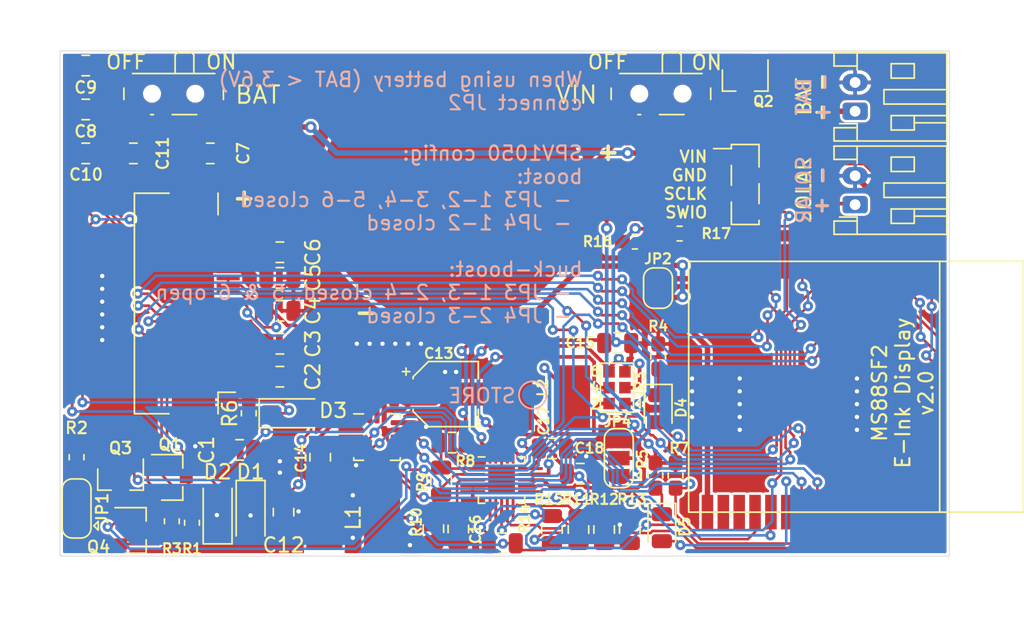
<source format=kicad_pcb>
(kicad_pcb (version 20171130) (host pcbnew "(5.1.6-0-10_14)")
  (layers (0 F.Cu signal) (31 B.Cu signal) (34 B.Paste user hide) (35 F.Paste user) (36 B.SilkS user) (37 F.SilkS user) (38 B.Mask user hide) (39 F.Mask user hide) (44 Edge.Cuts user))
  (net 0 "")
  (net 1 GND)
  (net 2 /VIN)
  (net 3 VDD)
  (net 4 "Net-(C2-Pad1)")
  (net 5 "Net-(C3-Pad1)")
  (net 6 "Net-(C5-Pad1)")
  (net 7 "Net-(C6-Pad1)")
  (net 8 "Net-(C7-Pad1)")
  (net 9 /PREVGH)
  (net 10 "Net-(C9-Pad1)")
  (net 11 /PREVGL)
  (net 12 "Net-(C11-Pad1)")
  (net 13 "Net-(C12-Pad2)")
  (net 14 "Net-(C12-Pad1)")
  (net 15 "Net-(D4-Pad2)")
  (net 16 "Net-(D4-Pad1)")
  (net 17 /GDR)
  (net 18 /RESE)
  (net 19 /EPD_BUSY)
  (net 20 /EPD_RST)
  (net 21 /EPD_DC)
  (net 22 /EPD_CS)
  (net 23 /MOSI)
  (net 24 /SCLK)
  (net 25 /SWDIO)
  (net 26 /SWCLK)
  (net 27 "Net-(JP1-Pad3)")
  (net 28 "Net-(JP1-Pad1)")
  (net 29 /VDDH)
  (net 30 "Net-(Q2-Pad2)")
  (net 31 /LIS_INT1)
  (net 32 /LIS_INT2)
  (net 33 /LIS_CS)
  (net 34 /MISO)
  (net 35 "Net-(D5-Pad2)")
  (net 36 "Net-(D5-Pad1)")
  (net 37 /BAT)
  (net 38 /RESE_CTL2)
  (net 39 /RESE_CTL1)
  (net 40 /V_PV)
  (net 41 "Net-(C16-Pad1)")
  (net 42 "Net-(JP3-Pad2)")
  (net 43 "Net-(JP3-Pad4)")
  (net 44 "Net-(JP3-Pad3)")
  (net 45 "Net-(JP4-Pad2)")
  (net 46 "Net-(L2-Pad1)")
  (net 47 /BAT_CON)
  (net 48 /BAT_CHG)
  (net 49 "Net-(R8-Pad2)")
  (net 50 "Net-(R10-Pad1)")
  (net 51 "Net-(R11-Pad2)")
  (net 52 "Net-(R12-Pad2)")
  (net 53 /STORE)
  (net 54 "Net-(J1-Pad1)")
  (net 55 "Net-(J1-Pad6)")
  (net 56 "Net-(J1-Pad7)")
  (net 57 "Net-(MS88SF21-Pad28)")
  (net 58 "Net-(MS88SF21-Pad27)")
  (net 59 "Net-(MS88SF21-Pad24)")
  (net 60 "Net-(MS88SF21-Pad17)")
  (net 61 "Net-(MS88SF21-Pad16)")
  (net 62 "Net-(MS88SF21-Pad6)")
  (net 63 "Net-(SW1-Pad3)")
  (net 64 "Net-(SW2-Pad3)")
  (net 65 "Net-(U1-Pad16)")
  (net 66 "Net-(U1-Pad15)")
  (net 67 "Net-(U1-Pad13)")
  (net 68 "Net-(U1-Pad3)")
  (net 69 "Net-(U1-Pad2)")
  (net 70 "Net-(U2-Pad12)")
  (net 71 "Net-(U2-Pad11)")
  (module Resistor_SMD:R_0603_1608Metric_Pad1.05x0.95mm_HandSolder (layer F.Cu) (at 162.8394 93.1926)
    (fp_text reference R17 (at 2.54 0) (layer F.SilkS) (effects (font (size 0.7 0.7))))
    (fp_text value 7M5)
    (pad 2 smd roundrect (at 0.875 0) (size 1.05 0.95) (layers F.Cu F.Paste F.Mask) (net 1 GND))
    (pad 1 smd roundrect (at -0.875 0) (size 1.05 0.95) (layers F.Cu F.Paste F.Mask) (net 62 "Net-(MS88SF21-Pad6)"))
  )
  (module Resistor_SMD:R_0603_1608Metric_Pad1.05x0.95mm_HandSolder (layer F.Cu) (at 159.7406 93.7514)
    (fp_text reference R16 (at -2.5908 0) (layer F.SilkS) (effects (font (size 0.7 0.7))))
    (fp_text value 10M)
    (pad 2 smd roundrect (at 0.875 0) (size 1.05 0.95) (layers F.Cu F.Paste F.Mask) (net 62 "Net-(MS88SF21-Pad6)"))
    (pad 1 smd roundrect (at -0.875 0) (size 1.05 0.95) (layers F.Cu F.Paste F.Mask) (net 40 /V_PV))
  )
  (module LED_SMD:LED_0805_2012Metric (layer F.Cu) (at 161.3535 105.3465 270)
    (fp_text reference D4 (at -0.0635 -1.5875 270) (layer F.SilkS) (effects (font (size 0.7 0.7))))
    (fp_text value LED)
    (pad 2 smd roundrect (at 0.9375 0 270) (size 0.975 1.4) (layers F.Cu F.Paste F.Mask) (net 15 "Net-(D4-Pad2)"))
    (pad 1 smd roundrect (at -0.9375 0 270) (size 0.975 1.4) (layers F.Cu F.Paste F.Mask) (net 16 "Net-(D4-Pad1)"))
  )
  (module jouni:UQFN-20-1EP_3x3mm_P0.4mm_EP1.85x1.85mm_handsolder (layer F.Cu) (at 150.495 110.2995)
    (fp_text reference U2 hide)
    (fp_text value SPV1050)
    (pad 21 smd rect (at 0 0) (size 1.85 1.85) (layers F.Cu F.Mask))
    (pad 20 smd roundrect (at -0.8 -2) (size 0.2 1.725) (layers F.Cu F.Paste F.Mask) (net 44 "Net-(JP3-Pad3)"))
    (pad 19 smd roundrect (at -0.4 -2) (size 0.2 1.725) (layers F.Cu F.Paste F.Mask) (net 43 "Net-(JP3-Pad4)"))
    (pad 18 smd roundrect (at 0 -2) (size 0.2 1.725) (layers F.Cu F.Paste F.Mask) (net 1 GND))
    (pad 17 smd roundrect (at 0.4 -2) (size 0.2 1.725) (layers F.Cu F.Paste F.Mask))
    (pad 16 smd roundrect (at 0.8 -2) (size 0.2 1.725) (layers F.Cu F.Paste F.Mask) (net 46 "Net-(L2-Pad1)"))
    (pad 15 smd roundrect (at 2 -0.8) (size 1.725 0.2) (layers F.Cu F.Paste F.Mask) (net 53 /STORE))
    (pad 14 smd roundrect (at 2 -0.4) (size 1.725 0.2) (layers F.Cu F.Paste F.Mask) (net 37 /BAT))
    (pad 13 smd roundrect (at 2 0) (size 1.725 0.2) (layers F.Cu F.Paste F.Mask) (net 45 "Net-(JP4-Pad2)"))
    (pad 12 smd roundrect (at 2 0.4) (size 1.725 0.2) (layers F.Cu F.Paste F.Mask) (net 70 "Net-(U2-Pad12)"))
    (pad 11 smd roundrect (at 2 0.8) (size 1.725 0.2) (layers F.Cu F.Paste F.Mask) (net 71 "Net-(U2-Pad11)"))
    (pad 10 smd roundrect (at 0.8 2) (size 0.2 1.725) (layers F.Cu F.Paste F.Mask) (net 51 "Net-(R11-Pad2)"))
    (pad 9 smd roundrect (at 0.4 2) (size 0.2 1.725) (layers F.Cu F.Paste F.Mask) (net 52 "Net-(R12-Pad2)"))
    (pad 8 smd roundrect (at 0 2) (size 0.2 1.725) (layers F.Cu F.Paste F.Mask) (net 47 /BAT_CON))
    (pad 7 smd roundrect (at -0.4 2) (size 0.2 1.725) (layers F.Cu F.Paste F.Mask) (net 48 /BAT_CHG))
    (pad 6 smd roundrect (at -0.8 2) (size 0.2 1.725) (layers F.Cu F.Paste F.Mask) (net 1 GND))
    (pad 5 smd roundrect (at -2 0.8) (size 1.725 0.2) (layers F.Cu F.Paste F.Mask) (net 1 GND))
    (pad 4 smd roundrect (at -2 0.4) (size 1.725 0.2) (layers F.Cu F.Paste F.Mask) (net 1 GND))
    (pad 3 smd roundrect (at -2 0) (size 1.725 0.2) (layers F.Cu F.Paste F.Mask) (net 41 "Net-(C16-Pad1)"))
    (pad 2 smd roundrect (at -2 -0.4) (size 1.725 0.2) (layers F.Cu F.Paste F.Mask) (net 50 "Net-(R10-Pad1)"))
    (pad 1 smd roundrect (at -2 -0.8) (size 1.725 0.2) (layers F.Cu F.Paste F.Mask) (net 49 "Net-(R8-Pad2)"))
  )
  (module Resistor_SMD:R_0805_2012Metric (layer F.Cu) (at 153.9875 113.7285 90)
    (fp_text reference R15 (at 2.0828 -0.2159 180) (layer F.SilkS) (effects (font (size 0.7 0.7))))
    (fp_text value 10M)
    (pad 2 smd roundrect (at 0.9375 0 90) (size 0.975 1.4) (layers F.Cu F.Paste F.Mask) (net 47 /BAT_CON))
    (pad 1 smd roundrect (at -0.9375 0 90) (size 0.975 1.4) (layers F.Cu F.Paste F.Mask) (net 3 VDD))
  )
  (module Resistor_SMD:R_0805_2012Metric (layer F.Cu) (at 150.5435 114.681 180)
    (fp_text reference R14 (at -1.54154 1.72212 270) (layer F.SilkS) (effects (font (size 0.7 0.7))))
    (fp_text value 10M)
    (pad 2 smd roundrect (at 0.9375 0 180) (size 0.975 1.4) (layers F.Cu F.Paste F.Mask) (net 48 /BAT_CHG))
    (pad 1 smd roundrect (at -0.9375 0 180) (size 0.975 1.4) (layers F.Cu F.Paste F.Mask) (net 3 VDD))
  )
  (module Resistor_SMD:R_0805_2012Metric (layer F.Cu) (at 159.385 113.7285 90)
    (fp_text reference R13 (at 2.1082 0.1524 180) (layer F.SilkS) (effects (font (size 0.7 0.7))))
    (fp_text value 3M3)
    (pad 2 smd roundrect (at 0.9375 0 90) (size 0.975 1.4) (layers F.Cu F.Paste F.Mask) (net 1 GND))
    (pad 1 smd roundrect (at -0.9375 0 90) (size 0.975 1.4) (layers F.Cu F.Paste F.Mask) (net 52 "Net-(R12-Pad2)"))
  )
  (module Resistor_SMD:R_0805_2012Metric (layer F.Cu) (at 157.607 113.7285 270)
    (fp_text reference R12 (at -2.0955 0 180) (layer F.SilkS) (effects (font (size 0.7 0.7))))
    (fp_text value 560K)
    (pad 2 smd roundrect (at 0.9375 0 270) (size 0.975 1.4) (layers F.Cu F.Paste F.Mask) (net 52 "Net-(R12-Pad2)"))
    (pad 1 smd roundrect (at -0.9375 0 270) (size 0.975 1.4) (layers F.Cu F.Paste F.Mask) (net 51 "Net-(R11-Pad2)"))
  )
  (module Resistor_SMD:R_0805_2012Metric (layer F.Cu) (at 155.829 113.7285 90)
    (fp_text reference R11 (at 2.1082 -0.127 180) (layer F.SilkS) (effects (font (size 0.7 0.7))))
    (fp_text value 7M5)
    (pad 2 smd roundrect (at 0.9375 0 90) (size 0.975 1.4) (layers F.Cu F.Paste F.Mask) (net 51 "Net-(R11-Pad2)"))
    (pad 1 smd roundrect (at -0.9375 0 90) (size 0.975 1.4) (layers F.Cu F.Paste F.Mask) (net 53 /STORE))
  )
  (module Resistor_SMD:R_0805_2012Metric (layer F.Cu) (at 145.7706 113.665 270)
    (fp_text reference R10 (at -0.44704 1.18872 90) (layer F.SilkS) (effects (font (size 0.7 0.7))))
    (fp_text value 3M3)
    (pad 2 smd roundrect (at 0.9375 0 270) (size 0.975 1.4) (layers F.Cu F.Paste F.Mask) (net 1 GND))
    (pad 1 smd roundrect (at -0.9375 0 270) (size 0.975 1.4) (layers F.Cu F.Paste F.Mask) (net 50 "Net-(R10-Pad1)"))
  )
  (module Resistor_SMD:R_0805_2012Metric (layer F.Cu) (at 146.304 110.363 270)
    (fp_text reference R9 (at 0.07112 1.29032 90) (layer F.SilkS) (effects (font (size 0.7 0.7))))
    (fp_text value 680k)
    (pad 2 smd roundrect (at 0.9375 0 270) (size 0.975 1.4) (layers F.Cu F.Paste F.Mask) (net 50 "Net-(R10-Pad1)"))
    (pad 1 smd roundrect (at -0.9375 0 270) (size 0.975 1.4) (layers F.Cu F.Paste F.Mask) (net 49 "Net-(R8-Pad2)"))
  )
  (module Resistor_SMD:R_0805_2012Metric (layer F.Cu) (at 147.066 107.696 180)
    (fp_text reference R8 (at -0.91948 -1.27) (layer F.SilkS) (effects (font (size 0.7 0.7))))
    (fp_text value 10M)
    (pad 2 smd roundrect (at 0.9375 0 180) (size 0.975 1.4) (layers F.Cu F.Paste F.Mask) (net 49 "Net-(R8-Pad2)"))
    (pad 1 smd roundrect (at -0.9375 0 180) (size 0.975 1.4) (layers F.Cu F.Paste F.Mask) (net 40 /V_PV))
  )
  (module jouni:CD43 (layer F.Cu) (at 153.384 104.5845 270)
    (fp_text reference L2 (at -0.6985 0.0315 90) (layer F.SilkS) (effects (font (size 0.7 0.7))))
    (fp_text value 22uH)
    (pad 1 smd rect (at 0 -2 270) (size 4.5 2.5) (layers F.Cu F.Paste F.Mask) (net 46 "Net-(L2-Pad1)"))
    (pad 2 smd rect (at 0 2 270) (size 4.5 2.5) (layers F.Cu F.Paste F.Mask) (net 42 "Net-(JP3-Pad2)"))
  )
  (module Jumper:SolderJumper-3_P1.3mm_Open_RoundedPad1.0x1.5mm (layer F.Cu) (at 158.623 108.7755 90)
    (fp_text reference JP4 (at 2.5273 -0.0762 180) (layer F.SilkS) (effects (font (size 0.7 0.7))))
    (fp_text value SolderJumper)
    (pad 2 smd rect (at 0 0 90) (size 1 1.5) (layers F.Cu F.Mask) (net 45 "Net-(JP4-Pad2)"))
    (pad 3 smd custom (at 1.3 0 90) (size 1 0.5) (layers F.Cu F.Mask) (net 1 GND) (options (clearance outline) (anchor rect)) (primitives (gr_circle (center 0 0.25) (end 0.5 0.25) (width 0)) (gr_circle (center 0 -0.25) (end 0.5 -0.25) (width 0)) (gr_poly (pts (xy -0.55 -0.75) (xy 0 -0.75) (xy 0 0.75) (xy -0.55 0.75)) (width 0))))
    (pad 1 smd custom (at -1.3 0 90) (size 1 0.5) (layers F.Cu F.Mask) (net 40 /V_PV) (options (clearance outline) (anchor rect)) (primitives (gr_circle (center 0 0.25) (end 0.5 0.25) (width 0)) (gr_circle (center 0 -0.25) (end 0.5 -0.25) (width 0)) (gr_poly (pts (xy 0.55 -0.75) (xy 0 -0.75) (xy 0 0.75) (xy 0.55 0.75)) (width 0))))
  )
  (module jouni:SolderJumper-6_P1.1mm_Open_Pad0.8x0.8mm (layer F.Cu) (at 158.496 103.886 90)
    (fp_text reference JP3 (at 0.19304 1.63576 90) (layer F.SilkS) (effects (font (size 0.7 0.7))))
    (fp_text value SolderJumper_6_Bridged36)
    (pad 2 smd rect (at -1.1 -0.55 90) (size 0.8 0.8) (layers F.Cu F.Mask) (net 42 "Net-(JP3-Pad2)"))
    (pad 4 smd rect (at 0 -0.55 90) (size 0.8 0.8) (layers F.Cu F.Mask) (net 43 "Net-(JP3-Pad4)"))
    (pad 5 smd rect (at 1.1 0.55 90) (size 0.8 0.8) (layers F.Cu F.Mask) (net 1 GND))
    (pad 6 smd rect (at 1.1 -0.55 90) (size 0.8 0.8) (layers F.Cu F.Mask) (net 44 "Net-(JP3-Pad3)"))
    (pad 3 smd rect (at 0 0.55 90) (size 0.8 0.8) (layers F.Cu F.Mask) (net 44 "Net-(JP3-Pad3)"))
    (pad 1 smd rect (at -1.1 0.55 90) (size 0.8 0.8) (layers F.Cu F.Mask) (net 40 /V_PV))
  )
  (module Connector_JST:JST_PH_S2B-PH-K_1x02_P2.00mm_Horizontal (layer F.Cu) (at 175.006 91.186 90)
    (fp_text reference J4 hide)
    (fp_text value Conn_01x02)
    (pad 2 thru_hole oval (at 2 0 90) (size 1.2 1.75) (drill 0.75) (layers *.Cu *.Mask) (net 1 GND))
    (pad 1 thru_hole roundrect (at 0 0 90) (size 1.2 1.75) (drill 0.75) (layers *.Cu *.Mask) (roundrect_rratio 0.208333) (net 40 /V_PV))
  )
  (module Capacitor_SMD:C_0805_2012Metric (layer F.Cu) (at 155.956 109.855)
    (fp_text reference C18 (at 0.635 -1.778) (layer F.SilkS) (effects (font (size 0.7 0.7))))
    (fp_text value 47uF)
    (pad 2 smd roundrect (at 0.9375 0) (size 0.975 1.4) (layers F.Cu F.Paste F.Mask) (net 1 GND))
    (pad 1 smd roundrect (at -0.9375 0) (size 0.975 1.4) (layers F.Cu F.Paste F.Mask) (net 53 /STORE))
  )
  (module Capacitor_SMD:C_0805_2012Metric (layer F.Cu) (at 154.0256 108.1024)
    (fp_text reference C17 (at -0.6096 -1.9304 90) (layer F.SilkS) (effects (font (size 0.7 0.7))))
    (fp_text value 47uF)
    (pad 2 smd roundrect (at 0.9375 0) (size 0.975 1.4) (layers F.Cu F.Paste F.Mask) (net 1 GND))
    (pad 1 smd roundrect (at -0.9375 0) (size 0.975 1.4) (layers F.Cu F.Paste F.Mask) (net 53 /STORE))
  )
  (module Capacitor_SMD:C_0805_2012Metric (layer F.Cu) (at 147.4978 113.6904 270)
    (fp_text reference C16 (at 0.02032 -1.18872 90) (layer F.SilkS) (effects (font (size 0.7 0.7))))
    (fp_text value 10nF)
    (pad 2 smd roundrect (at 0.9375 0 270) (size 0.975 1.4) (layers F.Cu F.Paste F.Mask) (net 1 GND))
    (pad 1 smd roundrect (at -0.9375 0 270) (size 0.975 1.4) (layers F.Cu F.Paste F.Mask) (net 41 "Net-(C16-Pad1)"))
  )
  (module Capacitor_SMD:C_0805_2012Metric (layer F.Cu) (at 158.5468 100.7872)
    (fp_text reference C15 (at -2.60096 -0.01524) (layer F.SilkS) (effects (font (size 0.7 0.7))))
    (fp_text value 4.7uF)
    (pad 2 smd roundrect (at 0.9375 0) (size 0.975 1.4) (layers F.Cu F.Paste F.Mask) (net 1 GND))
    (pad 1 smd roundrect (at -0.9375 0) (size 0.975 1.4) (layers F.Cu F.Paste F.Mask) (net 40 /V_PV))
  )
  (module jouni:MS88SF2 (layer F.Cu) (at 175.0695 103.8225 270)
    (fp_text reference MS88SF21 hide)
    (fp_text value MS88SF2)
    (pad 28 smd rect (at 8.7 -4 270) (size 2.4 0.8) (layers F.Cu F.Paste F.Mask) (net 57 "Net-(MS88SF21-Pad28)"))
    (pad 27 smd rect (at 8.7 -2.9 270) (size 2.4 0.8) (layers F.Cu F.Paste F.Mask) (net 58 "Net-(MS88SF21-Pad27)"))
    (pad 26 smd rect (at 8.7 -1.8 270) (size 2.4 0.8) (layers F.Cu F.Paste F.Mask) (net 26 /SWCLK))
    (pad 25 smd rect (at 8.7 -0.7 270) (size 2.4 0.8) (layers F.Cu F.Paste F.Mask) (net 25 /SWDIO))
    (pad 24 smd rect (at 8.7 0.4 270) (size 2.4 0.8) (layers F.Cu F.Paste F.Mask) (net 59 "Net-(MS88SF21-Pad24)"))
    (pad 23 smd rect (at 8.7 1.5 270) (size 2.4 0.8) (layers F.Cu F.Paste F.Mask) (net 15 "Net-(D4-Pad2)"))
    (pad 22 smd rect (at 8.7 2.6 270) (size 2.4 0.8) (layers F.Cu F.Paste F.Mask) (net 31 /LIS_INT1))
    (pad 21 smd rect (at 8.7 3.7 270) (size 2.4 0.8) (layers F.Cu F.Paste F.Mask) (net 32 /LIS_INT2))
    (pad 20 smd rect (at 8.7 4.8 270) (size 2.4 0.8) (layers F.Cu F.Paste F.Mask) (net 35 "Net-(D5-Pad2)"))
    (pad 19 smd rect (at 8.7 5.9 270) (size 2.4 0.8) (layers F.Cu F.Paste F.Mask) (net 33 /LIS_CS))
    (pad 18 smd rect (at 8.7 7 270) (size 2.4 0.8) (layers F.Cu F.Paste F.Mask) (net 38 /RESE_CTL2))
    (pad 17 smd rect (at 8.7 8.1 270) (size 2.4 0.8) (layers F.Cu F.Paste F.Mask) (net 60 "Net-(MS88SF21-Pad17)"))
    (pad 16 smd rect (at 8.7 9.2 270) (size 2.4 0.8) (layers F.Cu F.Paste F.Mask) (net 61 "Net-(MS88SF21-Pad16)"))
    (pad 15 smd rect (at 8.7 10.3 270) (size 2.4 0.8) (layers F.Cu F.Paste F.Mask) (net 29 /VDDH))
    (pad 14 smd rect (at -8.7 10.3 270) (size 2.4 0.8) (layers F.Cu F.Paste F.Mask) (net 3 VDD))
    (pad 13 smd rect (at -8.7 9.2 270) (size 2.4 0.8) (layers F.Cu F.Paste F.Mask) (net 1 GND))
    (pad 12 smd rect (at -8.7 8.1 270) (size 2.4 0.8) (layers F.Cu F.Paste F.Mask) (net 22 /EPD_CS))
    (pad 11 smd rect (at -8.7 7 270) (size 2.4 0.8) (layers F.Cu F.Paste F.Mask) (net 39 /RESE_CTL1))
    (pad 10 smd rect (at -8.7 5.9 270) (size 2.4 0.8) (layers F.Cu F.Paste F.Mask) (net 21 /EPD_DC))
    (pad 9 smd rect (at -8.7 4.8 270) (size 2.4 0.8) (layers F.Cu F.Paste F.Mask) (net 34 /MISO))
    (pad 8 smd rect (at -8.7 3.7 270) (size 2.4 0.8) (layers F.Cu F.Paste F.Mask) (net 24 /SCLK))
    (pad 7 smd rect (at -8.7 2.6 270) (size 2.4 0.8) (layers F.Cu F.Paste F.Mask) (net 23 /MOSI))
    (pad 6 smd rect (at -8.7 1.5 270) (size 2.4 0.8) (layers F.Cu F.Paste F.Mask) (net 62 "Net-(MS88SF21-Pad6)"))
    (pad 5 smd rect (at -8.7 0.4 270) (size 2.4 0.8) (layers F.Cu F.Paste F.Mask) (net 19 /EPD_BUSY))
    (pad 4 smd rect (at -8.7 -0.7 270) (size 2.4 0.8) (layers F.Cu F.Paste F.Mask) (net 20 /EPD_RST))
    (pad 3 smd rect (at -8.7 -1.8 270) (size 2.4 0.8) (layers F.Cu F.Paste F.Mask) (net 47 /BAT_CON))
    (pad 2 smd rect (at -8.7 -2.9 270) (size 2.4 0.8) (layers F.Cu F.Paste F.Mask) (net 48 /BAT_CHG))
    (pad 1 smd rect (at -8.7 -4 270) (size 2.4 0.8) (layers F.Cu F.Paste F.Mask) (net 1 GND))
  )
  (module jouni:LGA-16_3x3mm_P0.5mm_3x5_hand_solder (layer F.Cu) (at 141.859 107.315)
    (fp_text reference U1 hide)
    (fp_text value LIS3DH)
    (pad 16 smd roundrect (at -0.5 -1.825) (size 0.35 1.75) (layers F.Cu F.Paste F.Mask) (net 65 "Net-(U1-Pad16)"))
    (pad 15 smd roundrect (at 0 -1.825) (size 0.35 1.75) (layers F.Cu F.Paste F.Mask) (net 66 "Net-(U1-Pad15)"))
    (pad 14 smd roundrect (at 0.5 -1.825) (size 0.35 1.75) (layers F.Cu F.Paste F.Mask) (net 3 VDD))
    (pad 13 smd roundrect (at 1.825 -1) (size 1.75 0.35) (layers F.Cu F.Paste F.Mask) (net 67 "Net-(U1-Pad13)"))
    (pad 12 smd roundrect (at 1.825 -0.5) (size 1.75 0.35) (layers F.Cu F.Paste F.Mask) (net 1 GND))
    (pad 11 smd roundrect (at 1.825 0) (size 1.75 0.35) (layers F.Cu F.Paste F.Mask) (net 31 /LIS_INT1))
    (pad 10 smd roundrect (at 1.825 0.5) (size 1.75 0.35) (layers F.Cu F.Paste F.Mask) (net 1 GND))
    (pad 9 smd roundrect (at 1.83 1) (size 1.75 0.35) (layers F.Cu F.Paste F.Mask) (net 32 /LIS_INT2))
    (pad 8 smd roundrect (at 0.5 1.825) (size 0.35 1.75) (layers F.Cu F.Paste F.Mask) (net 33 /LIS_CS))
    (pad 7 smd roundrect (at 0 1.825) (size 0.35 1.75) (layers F.Cu F.Paste F.Mask) (net 34 /MISO))
    (pad 6 smd roundrect (at -0.5 1.83) (size 0.35 1.75) (layers F.Cu F.Paste F.Mask) (net 23 /MOSI))
    (pad 5 smd roundrect (at -1.8 1) (size 1.75 0.35) (layers F.Cu F.Paste F.Mask) (net 1 GND))
    (pad 4 smd roundrect (at -1.8 0.5) (size 1.75 0.35) (layers F.Cu F.Paste F.Mask) (net 24 /SCLK))
    (pad 3 smd roundrect (at -1.8 0) (size 1.75 0.35) (layers F.Cu F.Paste F.Mask) (net 68 "Net-(U1-Pad3)"))
    (pad 2 smd roundrect (at -1.8 -0.5) (size 1.75 0.35) (layers F.Cu F.Paste F.Mask) (net 69 "Net-(U1-Pad2)"))
    (pad 1 smd roundrect (at -1.8 -1) (size 1.75 0.35) (layers F.Cu F.Paste F.Mask) (net 3 VDD))
  )
  (module jouni:FPC-24-0.50mm-top-contact (layer F.Cu) (at 129.54 98.044 270)
    (fp_text reference J1 hide)
    (fp_text value FPC24/0.5mm)
    (pad MP smd rect (at 7.8 0.4 270) (size 2.8 3) (layers F.Cu F.Paste F.Mask))
    (pad MP smd rect (at -7.8 0.4 270) (size 2.8 3) (layers F.Cu F.Paste F.Mask))
    (pad 1 smd rect (at 5.75 -2 270) (size 0.3 1.6) (layers F.Cu F.Paste F.Mask) (net 54 "Net-(J1-Pad1)"))
    (pad 2 smd rect (at 5.25 -2 270) (size 0.3 1.6) (layers F.Cu F.Paste F.Mask) (net 17 /GDR))
    (pad 3 smd rect (at 4.75 -2 270) (size 0.3 1.6) (layers F.Cu F.Paste F.Mask) (net 18 /RESE))
    (pad 4 smd rect (at 4.25 -2 270) (size 0.3 1.6) (layers F.Cu F.Paste F.Mask) (net 4 "Net-(C2-Pad1)"))
    (pad 5 smd rect (at 3.75 -2 270) (size 0.3 1.6) (layers F.Cu F.Paste F.Mask) (net 5 "Net-(C3-Pad1)"))
    (pad 6 smd rect (at 3.25 -2 270) (size 0.3 1.6) (layers F.Cu F.Paste F.Mask) (net 55 "Net-(J1-Pad6)"))
    (pad 7 smd rect (at 2.75 -2 270) (size 0.3 1.6) (layers F.Cu F.Paste F.Mask) (net 56 "Net-(J1-Pad7)"))
    (pad 8 smd rect (at 2.25 -2 270) (size 0.3 1.6) (layers F.Cu F.Paste F.Mask) (net 1 GND))
    (pad 9 smd rect (at 1.75 -2 270) (size 0.3 1.6) (layers F.Cu F.Paste F.Mask) (net 19 /EPD_BUSY))
    (pad 10 smd rect (at 1.25 -2 270) (size 0.3 1.6) (layers F.Cu F.Paste F.Mask) (net 20 /EPD_RST))
    (pad 11 smd rect (at 0.75 -2 270) (size 0.3 1.6) (layers F.Cu F.Paste F.Mask) (net 21 /EPD_DC))
    (pad 12 smd rect (at 0.25 -2 270) (size 0.3 1.6) (layers F.Cu F.Paste F.Mask) (net 22 /EPD_CS))
    (pad 14 smd rect (at -0.75 -2 270) (size 0.3 1.6) (layers F.Cu F.Paste F.Mask) (net 23 /MOSI))
    (pad 13 smd rect (at -0.25 -2 270) (size 0.3 1.6) (layers F.Cu F.Paste F.Mask) (net 24 /SCLK))
    (pad 15 smd rect (at -1.25 -2 270) (size 0.3 1.6) (layers F.Cu F.Paste F.Mask) (net 3 VDD))
    (pad 16 smd rect (at -1.75 -2 270) (size 0.3 1.6) (layers F.Cu F.Paste F.Mask) (net 3 VDD))
    (pad 17 smd rect (at -2.25 -2 270) (size 0.3 1.6) (layers F.Cu F.Paste F.Mask) (net 1 GND))
    (pad 18 smd rect (at -2.75 -2 270) (size 0.3 1.6) (layers F.Cu F.Paste F.Mask) (net 6 "Net-(C5-Pad1)"))
    (pad 19 smd rect (at -3.25 -2 270) (size 0.3 1.6) (layers F.Cu F.Paste F.Mask) (net 7 "Net-(C6-Pad1)"))
    (pad 20 smd rect (at -3.75 -2 270) (size 0.3 1.6) (layers F.Cu F.Paste F.Mask) (net 8 "Net-(C7-Pad1)"))
    (pad 21 smd rect (at -4.25 -2 270) (size 0.3 1.6) (layers F.Cu F.Paste F.Mask) (net 9 /PREVGH))
    (pad 22 smd rect (at -4.75 -2 270) (size 0.3 1.6) (layers F.Cu F.Paste F.Mask) (net 10 "Net-(C9-Pad1)"))
    (pad 23 smd rect (at -5.25 -2 270) (size 0.3 1.6) (layers F.Cu F.Paste F.Mask) (net 11 /PREVGL))
    (pad 24 smd rect (at -5.75 -2 270) (size 0.3 1.6) (layers F.Cu F.Paste F.Mask) (net 12 "Net-(C11-Pad1)"))
  )
  (module Resistor_SMD:R_0603_1608Metric (layer F.Cu) (at 127.635 113.157 90)
    (fp_text reference R3 (at -1.905 0 180) (layer F.SilkS) (effects (font (size 0.7 0.7))))
    (fp_text value 0.47R)
    (pad 2 smd roundrect (at 0.7875 0 90) (size 0.875 0.95) (layers F.Cu F.Paste F.Mask) (net 1 GND))
    (pad 1 smd roundrect (at -0.7875 0 90) (size 0.875 0.95) (layers F.Cu F.Paste F.Mask) (net 28 "Net-(JP1-Pad1)"))
  )
  (module Resistor_SMD:R_0603_1608Metric (layer F.Cu) (at 129.032 113.2585 270)
    (fp_text reference R1 (at 1.8035 0 180) (layer F.SilkS) (effects (font (size 0.7 0.7))))
    (fp_text value 10k)
    (pad 2 smd roundrect (at 0.7875 0 270) (size 0.875 0.95) (layers F.Cu F.Paste F.Mask) (net 1 GND))
    (pad 1 smd roundrect (at -0.7875 0 270) (size 0.875 0.95) (layers F.Cu F.Paste F.Mask) (net 17 /GDR))
  )
  (module Resistor_SMD:R_0603_1608Metric_Pad1.05x0.95mm_HandSolder (layer F.Cu) (at 162.56 109.982 90)
    (fp_text reference R7 (at 1.905 0.254 180) (layer F.SilkS) (effects (font (size 0.7 0.7))))
    (fp_text value 100k)
    (pad 2 smd roundrect (at 0.875 0 90) (size 1.05 0.95) (layers F.Cu F.Paste F.Mask) (net 1 GND))
    (pad 1 smd roundrect (at -0.875 0 90) (size 1.05 0.95) (layers F.Cu F.Paste F.Mask) (net 38 /RESE_CTL2))
  )
  (module Resistor_SMD:R_0603_1608Metric_Pad1.05x0.95mm_HandSolder (layer F.Cu) (at 132.969 105.664 90)
    (fp_text reference R6 (at -0.01524 -1.3208 90) (layer F.SilkS))
    (fp_text value 100k)
    (pad 2 smd roundrect (at 0.875 0 90) (size 1.05 0.95) (layers F.Cu F.Paste F.Mask) (net 1 GND))
    (pad 1 smd roundrect (at -0.875 0 90) (size 1.05 0.95) (layers F.Cu F.Paste F.Mask) (net 39 /RESE_CTL1))
  )
  (module Package_TO_SOT_SMD:SOT-23 (layer F.Cu) (at 125.095 113.792)
    (fp_text reference Q4 (at -2.54 1.143 180) (layer F.SilkS) (effects (font (size 0.8 0.8))))
    (fp_text value AO3400A)
    (pad 3 smd rect (at 1 0) (size 0.9 0.8) (layers F.Cu F.Paste F.Mask) (net 18 /RESE))
    (pad 2 smd rect (at -1 0.95) (size 0.9 0.8) (layers F.Cu F.Paste F.Mask) (net 28 "Net-(JP1-Pad1)"))
    (pad 1 smd rect (at -1 -0.95) (size 0.9 0.8) (layers F.Cu F.Paste F.Mask) (net 38 /RESE_CTL2))
  )
  (module Package_TO_SOT_SMD:SOT-23 (layer F.Cu) (at 124.079 110.236 270)
    (fp_text reference Q3 (at -2.159 0 180) (layer F.SilkS) (effects (font (size 0.8 0.8))))
    (fp_text value AO3400A)
    (pad 3 smd rect (at 1 0 270) (size 0.9 0.8) (layers F.Cu F.Paste F.Mask) (net 18 /RESE))
    (pad 2 smd rect (at -1 0.95 270) (size 0.9 0.8) (layers F.Cu F.Paste F.Mask) (net 27 "Net-(JP1-Pad3)"))
    (pad 1 smd rect (at -1 -0.95 270) (size 0.9 0.8) (layers F.Cu F.Paste F.Mask) (net 39 /RESE_CTL1))
  )
  (module Connector_PinSocket_1.27mm:PinSocket_1x04_P1.27mm_Vertical_SMD_Pin1Left (layer F.Cu) (at 167.386 89.789)
    (fp_text reference J3 hide)
    (fp_text value Conn_01x04)
    (pad 4 smd rect (at 1.35 1.905) (size 1.8 0.65) (layers F.Cu F.Paste F.Mask) (net 25 /SWDIO))
    (pad 2 smd rect (at 1.35 -0.635) (size 1.8 0.65) (layers F.Cu F.Paste F.Mask) (net 1 GND))
    (pad 3 smd rect (at -1.35 0.635) (size 1.8 0.65) (layers F.Cu F.Paste F.Mask) (net 26 /SWCLK))
    (pad 1 smd rect (at -1.35 -1.905) (size 1.8 0.65) (layers F.Cu F.Paste F.Mask) (net 2 /VIN))
  )
  (module Connector_JST:JST_PH_S2B-PH-K_1x02_P2.00mm_Horizontal (layer F.Cu) (at 175.006 84.709 90)
    (fp_text reference J2 hide)
    (fp_text value Conn_01x02)
    (pad 2 thru_hole oval (at 2 0 90) (size 1.2 1.75) (drill 0.75) (layers *.Cu *.Mask) (net 1 GND))
    (pad 1 thru_hole roundrect (at 0 0 90) (size 1.2 1.75) (drill 0.75) (layers *.Cu *.Mask) (roundrect_rratio 0.208333) (net 37 /BAT))
  )
  (module Button_Switch_SMD:SW_SPDT_PCM12 (layer F.Cu) (at 127.762 83.82 180)
    (fp_text reference SW2 hide)
    (fp_text value SW_SPDT)
    (pad "" smd rect (at -3.65 -0.78 180) (size 1 0.8) (layers F.Cu F.Paste F.Mask))
    (pad "" smd rect (at 3.65 -0.78 180) (size 1 0.8) (layers F.Cu F.Paste F.Mask))
    (pad "" smd rect (at 3.65 1.43 180) (size 1 0.8) (layers F.Cu F.Paste F.Mask))
    (pad "" smd rect (at -3.65 1.43 180) (size 1 0.8) (layers F.Cu F.Paste F.Mask))
    (pad 3 smd rect (at 2.25 -1.43 180) (size 0.7 1.5) (layers F.Cu F.Paste F.Mask) (net 64 "Net-(SW2-Pad3)"))
    (pad 2 smd rect (at 0.75 -1.43 180) (size 0.7 1.5) (layers F.Cu F.Paste F.Mask) (net 37 /BAT))
    (pad 1 smd rect (at -2.25 -1.43 180) (size 0.7 1.5) (layers F.Cu F.Paste F.Mask) (net 2 /VIN))
    (pad "" np_thru_hole circle (at 1.5 0.33 180) (size 0.9 0.9) (drill 0.9) (layers *.Cu *.Mask))
    (pad "" np_thru_hole circle (at -1.5 0.33 180) (size 0.9 0.9) (drill 0.9) (layers *.Cu *.Mask))
  )
  (module TestPoint:TestPoint_Pad_D1.5mm (layer B.Cu) (at 152.654 104.394)
    (fp_text reference TP1 hide)
    (fp_text value TestPoint)
    (pad 1 smd circle (at 0 0) (size 1.5 1.5) (layers B.Cu B.Mask) (net 53 /STORE))
  )
  (module Resistor_SMD:R_0603_1608Metric_Pad1.05x0.95mm_HandSolder (layer F.Cu) (at 161.163 109.982 90)
    (fp_text reference R5 (at 1.143 -0.9144 270) (layer F.SilkS) (effects (font (size 0.7 0.7))))
    (fp_text value 10k)
    (pad 2 smd roundrect (at 0.875 0 90) (size 1.05 0.95) (layers F.Cu F.Paste F.Mask) (net 1 GND))
    (pad 1 smd roundrect (at -0.875 0 90) (size 1.05 0.95) (layers F.Cu F.Paste F.Mask) (net 36 "Net-(D5-Pad1)"))
  )
  (module LED_SMD:LED_0805_2012Metric (layer F.Cu) (at 161.6075 113.6015 270)
    (fp_text reference D5 (at -0.0635 -1.5875 270) (layer F.SilkS) (effects (font (size 0.7 0.7))))
    (fp_text value LED)
    (pad 2 smd roundrect (at 0.9375 0 270) (size 0.975 1.4) (layers F.Cu F.Paste F.Mask) (net 35 "Net-(D5-Pad2)"))
    (pad 1 smd roundrect (at -0.9375 0 270) (size 0.975 1.4) (layers F.Cu F.Paste F.Mask) (net 36 "Net-(D5-Pad1)"))
  )
  (module Capacitor_SMD:C_0805_2012Metric (layer F.Cu) (at 137.922 108.712 270)
    (fp_text reference C14 (at 0.05588 1.33096 90) (layer F.SilkS) (effects (font (size 0.7 0.7))))
    (fp_text value 100nF)
    (pad 2 smd roundrect (at 0.9375 0 270) (size 0.975 1.4) (layers F.Cu F.Paste F.Mask) (net 1 GND))
    (pad 1 smd roundrect (at -0.9375 0 270) (size 0.975 1.4) (layers F.Cu F.Paste F.Mask) (net 3 VDD))
  )
  (module Capacitor_SMD:CP_Elec_4x5.3 (layer F.Cu) (at 146.6215 104.3305)
    (fp_text reference C13 (at -0.48006 -2.82194) (layer F.SilkS) (effects (font (size 0.7 0.7))))
    (fp_text value 10uF)
    (pad 2 smd roundrect (at 1.8 0) (size 2.6 1.6) (layers F.Cu F.Paste F.Mask) (roundrect_rratio 0.15625) (net 1 GND))
    (pad 1 smd roundrect (at -1.8 0) (size 2.6 1.6) (layers F.Cu F.Paste F.Mask) (roundrect_rratio 0.15625) (net 3 VDD))
  )
  (module Button_Switch_SMD:SW_SPDT_PCM12 (layer F.Cu) (at 161.544 83.82 180)
    (fp_text reference SW1 hide)
    (fp_text value SW_SPDT)
    (pad "" smd rect (at -3.65 -0.78 180) (size 1 0.8) (layers F.Cu F.Paste F.Mask))
    (pad "" smd rect (at 3.65 -0.78 180) (size 1 0.8) (layers F.Cu F.Paste F.Mask))
    (pad "" smd rect (at 3.65 1.43 180) (size 1 0.8) (layers F.Cu F.Paste F.Mask))
    (pad "" smd rect (at -3.65 1.43 180) (size 1 0.8) (layers F.Cu F.Paste F.Mask))
    (pad 3 smd rect (at 2.25 -1.43 180) (size 0.7 1.5) (layers F.Cu F.Paste F.Mask) (net 63 "Net-(SW1-Pad3)"))
    (pad 2 smd rect (at 0.75 -1.43 180) (size 0.7 1.5) (layers F.Cu F.Paste F.Mask) (net 30 "Net-(Q2-Pad2)"))
    (pad 1 smd rect (at -2.25 -1.43 180) (size 0.7 1.5) (layers F.Cu F.Paste F.Mask) (net 29 /VDDH))
    (pad "" np_thru_hole circle (at 1.5 0.33 180) (size 0.9 0.9) (drill 0.9) (layers *.Cu *.Mask))
    (pad "" np_thru_hole circle (at -1.5 0.33 180) (size 0.9 0.9) (drill 0.9) (layers *.Cu *.Mask))
  )
  (module Resistor_SMD:R_0603_1608Metric_Pad1.05x0.95mm_HandSolder (layer F.Cu) (at 161.3535 101.727 90)
    (fp_text reference R4 (at 2.10312 0 180) (layer F.SilkS) (effects (font (size 0.7 0.7))))
    (fp_text value 10k)
    (pad 2 smd roundrect (at 0.875 0 90) (size 1.05 0.95) (layers F.Cu F.Paste F.Mask) (net 1 GND))
    (pad 1 smd roundrect (at -0.875 0 90) (size 1.05 0.95) (layers F.Cu F.Paste F.Mask) (net 16 "Net-(D4-Pad1)"))
  )
  (module Resistor_SMD:R_0603_1608Metric_Pad1.05x0.95mm_HandSolder (layer F.Cu) (at 121.031 108.712 90)
    (fp_text reference R2 (at 2.032 0 180) (layer F.SilkS) (effects (font (size 0.8 0.8))))
    (fp_text value 3R)
    (pad 2 smd roundrect (at 0.875 0 90) (size 1.05 0.95) (layers F.Cu F.Paste F.Mask) (net 1 GND))
    (pad 1 smd roundrect (at -0.875 0 90) (size 1.05 0.95) (layers F.Cu F.Paste F.Mask) (net 27 "Net-(JP1-Pad3)"))
  )
  (module Package_TO_SOT_SMD:SOT-23 (layer F.Cu) (at 167.386 82.55 270)
    (fp_text reference Q2 (at 1.4732 -1.27) (layer F.SilkS) (effects (font (size 0.7 0.7))))
    (fp_text value AO3415)
    (pad 3 smd rect (at 1 0 270) (size 0.9 0.8) (layers F.Cu F.Paste F.Mask) (net 2 /VIN))
    (pad 2 smd rect (at -1 0.95 270) (size 0.9 0.8) (layers F.Cu F.Paste F.Mask) (net 30 "Net-(Q2-Pad2)"))
    (pad 1 smd rect (at -1 -0.95 270) (size 0.9 0.8) (layers F.Cu F.Paste F.Mask) (net 1 GND))
  )
  (module Package_TO_SOT_SMD:SOT-23 (layer F.Cu) (at 127.635 110.109)
    (fp_text reference Q1 (at -0.127 -2.286) (layer F.SilkS) (effects (font (size 0.8 0.8))))
    (fp_text value AO3400A)
    (pad 3 smd rect (at 1 0) (size 0.9 0.8) (layers F.Cu F.Paste F.Mask) (net 13 "Net-(C12-Pad2)"))
    (pad 2 smd rect (at -1 0.95) (size 0.9 0.8) (layers F.Cu F.Paste F.Mask) (net 18 /RESE))
    (pad 1 smd rect (at -1 -0.95) (size 0.9 0.8) (layers F.Cu F.Paste F.Mask) (net 17 /GDR))
  )
  (module jouni:CD43 (layer F.Cu) (at 140.208 112.903 270)
    (fp_text reference L1 (at 0 0 90) (layer F.SilkS))
    (fp_text value 68uH)
    (pad 1 smd rect (at 0 -2 270) (size 4.5 2.5) (layers F.Cu F.Paste F.Mask) (net 3 VDD))
    (pad 2 smd rect (at 0 2 270) (size 4.5 2.5) (layers F.Cu F.Paste F.Mask) (net 13 "Net-(C12-Pad2)"))
  )
  (module Jumper:SolderJumper-2_P1.3mm_Open_RoundedPad1.0x1.5mm (layer F.Cu) (at 161.3408 96.9772 90)
    (fp_text reference JP2 (at 2.032 0 180) (layer F.SilkS) (effects (font (size 0.7 0.7))))
    (fp_text value SolderJumper_2_Open)
    (pad 2 smd custom (at 0.65 0 90) (size 1 0.5) (layers F.Cu F.Mask) (net 3 VDD) (options (clearance outline) (anchor rect)) (primitives (gr_circle (center 0 0.25) (end 0.5 0.25) (width 0)) (gr_circle (center 0 -0.25) (end 0.5 -0.25) (width 0)) (gr_poly (pts (xy 0 -0.75) (xy -0.5 -0.75) (xy -0.5 0.75) (xy 0 0.75)) (width 0))))
    (pad 1 smd custom (at -0.65 0 90) (size 1 0.5) (layers F.Cu F.Mask) (net 29 /VDDH) (options (clearance outline) (anchor rect)) (primitives (gr_circle (center 0 0.25) (end 0.5 0.25) (width 0)) (gr_circle (center 0 -0.25) (end 0.5 -0.25) (width 0)) (gr_poly (pts (xy 0 -0.75) (xy 0.5 -0.75) (xy 0.5 0.75) (xy 0 0.75)) (width 0))))
  )
  (module Jumper:SolderJumper-3_P1.3mm_Open_RoundedPad1.0x1.5mm (layer F.Cu) (at 121.031 112.268 90)
    (fp_text reference JP1 (at 0 1.778 270) (layer F.SilkS) (effects (font (size 0.8 0.8))))
    (fp_text value SolderJumper)
    (pad 2 smd rect (at 0 0 90) (size 1 1.5) (layers F.Cu F.Mask) (net 18 /RESE))
    (pad 3 smd custom (at 1.3 0 90) (size 1 0.5) (layers F.Cu F.Mask) (net 27 "Net-(JP1-Pad3)") (options (clearance outline) (anchor rect)) (primitives (gr_circle (center 0 0.25) (end 0.5 0.25) (width 0)) (gr_circle (center 0 -0.25) (end 0.5 -0.25) (width 0)) (gr_poly (pts (xy -0.55 -0.75) (xy 0 -0.75) (xy 0 0.75) (xy -0.55 0.75)) (width 0))))
    (pad 1 smd custom (at -1.3 0 90) (size 1 0.5) (layers F.Cu F.Mask) (net 28 "Net-(JP1-Pad1)") (options (clearance outline) (anchor rect)) (primitives (gr_circle (center 0 0.25) (end 0.5 0.25) (width 0)) (gr_circle (center 0 -0.25) (end 0.5 -0.25) (width 0)) (gr_poly (pts (xy 0.55 -0.75) (xy 0 -0.75) (xy 0 0.75) (xy 0.55 0.75)) (width 0))))
  )
  (module Diode_SMD:D_SOD-123F (layer F.Cu) (at 135.89 105.664)
    (fp_text reference D3 (at 2.92608 -0.19304 180) (layer F.SilkS))
    (fp_text value MBR0530)
    (pad 2 smd rect (at 1.4 0) (size 1.1 1.1) (layers F.Cu F.Paste F.Mask) (net 13 "Net-(C12-Pad2)"))
    (pad 1 smd rect (at -1.4 0) (size 1.1 1.1) (layers F.Cu F.Paste F.Mask) (net 9 /PREVGH))
  )
  (module Diode_SMD:D_SOD-123F (layer F.Cu) (at 130.81 112.522 90)
    (fp_text reference D2 (at 2.794 0 180) (layer F.SilkS))
    (fp_text value MBR0530)
    (pad 2 smd rect (at 1.4 0 90) (size 1.1 1.1) (layers F.Cu F.Paste F.Mask) (net 11 /PREVGL))
    (pad 1 smd rect (at -1.4 0 90) (size 1.1 1.1) (layers F.Cu F.Paste F.Mask) (net 14 "Net-(C12-Pad1)"))
  )
  (module Diode_SMD:D_SOD-123F (layer F.Cu) (at 133.096 112.522 270)
    (fp_text reference D1 (at -2.794 0 180) (layer F.SilkS))
    (fp_text value MBR0530)
    (pad 2 smd rect (at 1.4 0 270) (size 1.1 1.1) (layers F.Cu F.Paste F.Mask) (net 14 "Net-(C12-Pad1)"))
    (pad 1 smd rect (at -1.4 0 270) (size 1.1 1.1) (layers F.Cu F.Paste F.Mask) (net 1 GND))
  )
  (module Capacitor_SMD:C_0805_2012Metric (layer F.Cu) (at 135.382 112.522 90)
    (fp_text reference C12 (at -2.286 0 180) (layer F.SilkS))
    (fp_text value 4.7uF)
    (pad 2 smd roundrect (at 0.9375 0 90) (size 0.975 1.4) (layers F.Cu F.Paste F.Mask) (net 13 "Net-(C12-Pad2)"))
    (pad 1 smd roundrect (at -0.9375 0 90) (size 0.975 1.4) (layers F.Cu F.Paste F.Mask) (net 14 "Net-(C12-Pad1)"))
  )
  (module Capacitor_SMD:C_0805_2012Metric (layer F.Cu) (at 124.968 87.63 180)
    (fp_text reference C11 (at -2.032 0 270) (layer F.SilkS) (effects (font (size 0.8 0.8))))
    (fp_text value 1uF)
    (pad 2 smd roundrect (at 0.9375 0 180) (size 0.975 1.4) (layers F.Cu F.Paste F.Mask) (net 1 GND))
    (pad 1 smd roundrect (at -0.9375 0 180) (size 0.975 1.4) (layers F.Cu F.Paste F.Mask) (net 12 "Net-(C11-Pad1)"))
  )
  (module Capacitor_SMD:C_0805_2012Metric (layer F.Cu) (at 121.666 87.63)
    (fp_text reference C10 (at 0.02032 1.46812) (layer F.SilkS) (effects (font (size 0.8 0.8))))
    (fp_text value 1uF)
    (pad 2 smd roundrect (at 0.9375 0) (size 0.975 1.4) (layers F.Cu F.Paste F.Mask) (net 1 GND))
    (pad 1 smd roundrect (at -0.9375 0) (size 0.975 1.4) (layers F.Cu F.Paste F.Mask) (net 11 /PREVGL))
  )
  (module Capacitor_SMD:C_0805_2012Metric (layer F.Cu) (at 121.666 81.534)
    (fp_text reference C9 (at 0 1.524) (layer F.SilkS) (effects (font (size 0.8 0.8))))
    (fp_text value 1uF)
    (pad 2 smd roundrect (at 0.9375 0) (size 0.975 1.4) (layers F.Cu F.Paste F.Mask) (net 1 GND))
    (pad 1 smd roundrect (at -0.9375 0) (size 0.975 1.4) (layers F.Cu F.Paste F.Mask) (net 10 "Net-(C9-Pad1)"))
  )
  (module Capacitor_SMD:C_0805_2012Metric (layer F.Cu) (at 121.666 84.582)
    (fp_text reference C8 (at 0 1.524) (layer F.SilkS) (effects (font (size 0.8 0.8))))
    (fp_text value 1uF)
    (pad 2 smd roundrect (at 0.9375 0) (size 0.975 1.4) (layers F.Cu F.Paste F.Mask) (net 1 GND))
    (pad 1 smd roundrect (at -0.9375 0) (size 0.975 1.4) (layers F.Cu F.Paste F.Mask) (net 9 /PREVGH))
  )
  (module Capacitor_SMD:C_0805_2012Metric (layer F.Cu) (at 130.302 87.63)
    (fp_text reference C7 (at 2.286 0 270) (layer F.SilkS) (effects (font (size 0.8 0.8))))
    (fp_text value 1uF)
    (pad 2 smd roundrect (at 0.9375 0) (size 0.975 1.4) (layers F.Cu F.Paste F.Mask) (net 1 GND))
    (pad 1 smd roundrect (at -0.9375 0) (size 0.975 1.4) (layers F.Cu F.Paste F.Mask) (net 8 "Net-(C7-Pad1)"))
  )
  (module Capacitor_SMD:C_0805_2012Metric (layer F.Cu) (at 135.128 94.488)
    (fp_text reference C6 (at 2.286 0 90) (layer F.SilkS))
    (fp_text value 1uF)
    (pad 2 smd roundrect (at 0.9375 0) (size 0.975 1.4) (layers F.Cu F.Paste F.Mask) (net 1 GND))
    (pad 1 smd roundrect (at -0.9375 0) (size 0.975 1.4) (layers F.Cu F.Paste F.Mask) (net 7 "Net-(C6-Pad1)"))
  )
  (module Capacitor_SMD:C_0805_2012Metric (layer F.Cu) (at 135.128 96.266)
    (fp_text reference C5 (at 2.286 0 90) (layer F.SilkS))
    (fp_text value 1uF)
    (pad 2 smd roundrect (at 0.9375 0) (size 0.975 1.4) (layers F.Cu F.Paste F.Mask) (net 1 GND))
    (pad 1 smd roundrect (at -0.9375 0) (size 0.975 1.4) (layers F.Cu F.Paste F.Mask) (net 6 "Net-(C5-Pad1)"))
  )
  (module Capacitor_SMD:C_0805_2012Metric (layer F.Cu) (at 135.128 98.552)
    (fp_text reference C4 (at 2.286 0 90) (layer F.SilkS))
    (fp_text value 1uF)
    (pad 2 smd roundrect (at 0.9375 0) (size 0.975 1.4) (layers F.Cu F.Paste F.Mask) (net 1 GND))
    (pad 1 smd roundrect (at -0.9375 0) (size 0.975 1.4) (layers F.Cu F.Paste F.Mask) (net 3 VDD))
  )
  (module Capacitor_SMD:C_0805_2012Metric (layer F.Cu) (at 135.128 100.838)
    (fp_text reference C3 (at 2.286 0 90) (layer F.SilkS))
    (fp_text value 1uF)
    (pad 2 smd roundrect (at 0.9375 0) (size 0.975 1.4) (layers F.Cu F.Paste F.Mask) (net 1 GND))
    (pad 1 smd roundrect (at -0.9375 0) (size 0.975 1.4) (layers F.Cu F.Paste F.Mask) (net 5 "Net-(C3-Pad1)"))
  )
  (module Capacitor_SMD:C_0805_2012Metric (layer F.Cu) (at 135.128 103.124)
    (fp_text reference C2 (at 2.286 0 90) (layer F.SilkS))
    (fp_text value 1uF)
    (pad 2 smd roundrect (at 0.9375 0) (size 0.975 1.4) (layers F.Cu F.Paste F.Mask) (net 1 GND))
    (pad 1 smd roundrect (at -0.9375 0) (size 0.975 1.4) (layers F.Cu F.Paste F.Mask) (net 4 "Net-(C2-Pad1)"))
  )
  (module Capacitor_SMD:C_0805_2012Metric (layer F.Cu) (at 132.334 108.204 180)
    (fp_text reference C1 (at 2.286 0 90) (layer F.SilkS))
    (fp_text value 4.7uF)
    (pad 2 smd roundrect (at 0.9375 0 180) (size 0.975 1.4) (layers F.Cu F.Paste F.Mask) (net 1 GND))
    (pad 1 smd roundrect (at -0.9375 0 180) (size 0.975 1.4) (layers F.Cu F.Paste F.Mask) (net 3 VDD))
  )
  (module jouni:CR2032_holder (layer F.Cu) (at 147.066 90.424)
    (fp_text reference BT1 hide)
    (fp_text value Battery_Cell)
    (pad 2 smd circle (at 0 0) (size 18.288 18.288) (layers F.Cu F.Paste F.Mask) (net 1 GND))
    (pad 1 smd rect (at -11.938 0) (size 3.302 3.81) (layers F.Cu F.Paste F.Mask) (net 37 /BAT))
    (pad 1 smd rect (at 11.938 0) (size 3.302 3.81) (layers F.Cu F.Paste F.Mask) (net 37 /BAT))
  )
  (gr_text STORE (at 151.5618 104.4448) (layer B.SilkS) (effects (font (size 1 1)) (justify left mirror)))
  (gr_text 2 (at 156.972 105.029) (layer F.SilkS) (effects (font (size 0.7 0.7))))
  (gr_text 4 (at 156.972 103.886) (layer F.SilkS) (effects (font (size 0.7 0.7))))
  (gr_text 6 (at 156.972 102.743) (layer F.SilkS) (effects (font (size 0.7 0.7))))
  (gr_text "SPV1050 config:\nboost: \n - JP3 1-2, 3-4, 5-6 closed\n - JP4 1-2 closed\n\nbuck-boost: \n - JP3 1-3, 2-4 closed, 5 & 6 open\n - JP4 2-3 closed\n\n\n" (at 156.21 94.869) (layer B.SilkS) (effects (font (size 1 1)) (justify left mirror)))
  (gr_text - (at 172.72 89.154 90) (layer B.SilkS) (effects (font (size 1 1) (thickness 0.2)) (justify mirror)))
  (gr_text + (at 172.72 91.186) (layer B.SilkS) (effects (font (size 1 1) (thickness 0.2)) (justify mirror)))
  (gr_text SOLAR (at 171.45 90.17 90) (layer B.SilkS) (effects (font (size 1 1)) (justify mirror)))
  (gr_text - (at 172.847 82.677 90) (layer B.SilkS) (effects (font (size 1 1) (thickness 0.2)) (justify mirror)))
  (gr_text BAT (at 171.45 83.693 90) (layer B.SilkS) (effects (font (size 1 1)) (justify mirror)))
  (gr_text + (at 172.847 84.709) (layer B.SilkS) (effects (font (size 1 1) (thickness 0.2)) (justify mirror)))
  (gr_text VIN (at 155.702 83.566) (layer F.SilkS) (effects (font (size 1.2 1.2))))
  (gr_text OFF (at 157.861 81.28) (layer F.SilkS) (effects (font (size 1 1))))
  (gr_text ON (at 164.719 81.3308) (layer F.SilkS) (effects (font (size 1 1))))
  (gr_text + (at 172.72 91.186) (layer F.SilkS) (effects (font (size 1 1) (thickness 0.2))))
  (gr_text - (at 172.6692 89.154 90) (layer F.SilkS) (effects (font (size 1 1) (thickness 0.2))))
  (gr_text - (at 172.6692 82.677 90) (layer F.SilkS) (effects (font (size 1 1) (thickness 0.2))))
  (gr_text + (at 172.72 84.709) (layer F.SilkS) (effects (font (size 1 1) (thickness 0.2))))
  (gr_text SOLAR (at 171.45 90.17 90) (layer F.SilkS) (effects (font (size 1 1))))
  (gr_line (start 150.495 109.601) (end 151.1046 109.601) (layer F.Cu) (width 0.18))
  (gr_line (start 150.495 108.331) (end 150.495 109.6772) (layer F.Cu) (width 0.18))
  (gr_line (start 148.4884 110.6932) (end 149.9108 110.6932) (layer F.Cu) (width 0.18))
  (gr_text "MS88SF2\nE-Ink Display\nv2.0" (at 178.31308 104.25176 90) (layer F.SilkS) (effects (font (size 1 1))))
  (gr_text "When using battery (BAT < 3.6V)\nconnect JP2" (at 156.21 83.312) (layer B.SilkS) (effects (font (size 1 1)) (justify left mirror)))
  (gr_text BAT (at 133.604 83.566) (layer F.SilkS) (effects (font (size 1.2 1.2))))
  (gr_text ON (at 131.064 81.28) (layer F.SilkS) (effects (font (size 1 1))))
  (gr_text OFF (at 124.46 81.28) (layer F.SilkS) (effects (font (size 1 1))))
  (gr_text - (at 141.097 98.806 180) (layer F.SilkS) (effects (font (size 1.2 1.2) (thickness 0.25))))
  (gr_text + (at 132.64896 90.69324) (layer F.SilkS) (effects (font (size 1.2 1.2) (thickness 0.25))))
  (gr_text + (at 157.8864 87.503) (layer F.SilkS) (effects (font (size 1.2 1.2) (thickness 0.25))))
  (gr_text BAT (at 171.45 83.693 90) (layer F.SilkS) (effects (font (size 1 1))))
  (gr_text "VIN\nGND\nSCLK\nSWIO" (at 164.846 89.789) (layer F.SilkS) (effects (font (size 0.8 0.8)) (justify right)))
  (gr_line (start 181.5465 115.57) (end 119.888 115.57) (layer Edge.Cuts) (width 0.05))
  (gr_line (start 181.5465 80.518) (end 181.5465 115.57) (layer Edge.Cuts) (width 0.05))
  (gr_line (start 119.888 80.518) (end 181.5465 80.518) (layer Edge.Cuts) (width 0.05))
  (gr_line (start 119.888 115.57) (end 119.888 80.518) (layer Edge.Cuts) (width 0.05))
  (segment (start 148.495 110.6995) (end 148.495 111.0995) (width 0.18) (layer F.Cu) (net 1))
  (segment (start 149.3387 112.2995) (end 149.695 112.2995) (width 0.18) (layer F.Cu) (net 1))
  (segment (start 147.4978 114.1404) (end 149.3387 112.2995) (width 0.18) (layer F.Cu) (net 1))
  (segment (start 147.4978 114.6279) (end 147.4978 114.1404) (width 0.18) (layer F.Cu) (net 1))
  (segment (start 147.4724 114.6025) (end 147.4978 114.6279) (width 0.18) (layer F.Cu) (net 1))
  (segment (start 145.7706 114.6025) (end 147.4724 114.6025) (width 0.18) (layer F.Cu) (net 1))
  (segment (start 156.7157 109.855) (end 156.8935 109.855) (width 0.254) (layer F.Cu) (net 1))
  (segment (start 154.9631 108.1024) (end 156.7157 109.855) (width 0.254) (layer F.Cu) (net 1))
  (segment (start 158.210398 107.4755) (end 158.623 107.4755) (width 0.254) (layer F.Cu) (net 1))
  (segment (start 156.8935 108.792398) (end 158.210398 107.4755) (width 0.254) (layer F.Cu) (net 1))
  (segment (start 156.8935 109.855) (end 156.8935 108.792398) (width 0.254) (layer F.Cu) (net 1))
  (segment (start 159.5315 107.4755) (end 161.163 109.107) (width 0.254) (layer F.Cu) (net 1))
  (segment (start 158.623 107.4755) (end 159.5315 107.4755) (width 0.254) (layer F.Cu) (net 1))
  (segment (start 161.163 109.107) (end 162.56 109.107) (width 0.254) (layer F.Cu) (net 1))
  (via (at 158.697751 113.389819) (size 0.7) (drill 0.3) (layers F.Cu B.Cu) (net 1))
  (segment (start 159.3446 112.791) (end 158.6738 113.4618) (width 0.18) (layer F.Cu) (net 1))
  (segment (start 159.385 112.791) (end 159.3446 112.791) (width 0.18) (layer F.Cu) (net 1))
  (segment (start 158.697751 113.389819) (end 156.8958 111.587868) (width 0.18) (layer B.Cu) (net 1))
  (via (at 156.3624 108.647) (size 0.7) (drill 0.3) (layers F.Cu B.Cu) (net 1))
  (segment (start 156.8958 109.1804) (end 156.3624 108.647) (width 0.18) (layer B.Cu) (net 1))
  (segment (start 156.8958 111.587868) (end 156.8958 109.1804) (width 0.18) (layer B.Cu) (net 1))
  (segment (start 156.507798 108.792398) (end 156.8935 108.792398) (width 0.18) (layer F.Cu) (net 1))
  (segment (start 156.3624 108.647) (end 156.507798 108.792398) (width 0.18) (layer F.Cu) (net 1))
  (segment (start 150.495 107.3404) (end 150.6728 107.1626) (width 0.18) (layer F.Cu) (net 1))
  (segment (start 150.495 108.2995) (end 150.495 107.3404) (width 0.18) (layer F.Cu) (net 1))
  (segment (start 154.525454 108.1024) (end 154.9631 108.1024) (width 0.18) (layer F.Cu) (net 1))
  (segment (start 153.585654 107.1626) (end 154.525454 108.1024) (width 0.18) (layer F.Cu) (net 1))
  (segment (start 150.6728 107.1626) (end 153.585654 107.1626) (width 0.18) (layer F.Cu) (net 1))
  (segment (start 143.684 107.815) (end 142.874114 107.815) (width 0.18) (layer F.Cu) (net 1))
  (segment (start 142.809 106.815) (end 143.684 106.815) (width 0.18) (layer F.Cu) (net 1))
  (segment (start 142.58899 107.529876) (end 142.58899 107.03501) (width 0.18) (layer F.Cu) (net 1))
  (segment (start 142.874114 107.815) (end 142.58899 107.529876) (width 0.18) (layer F.Cu) (net 1))
  (segment (start 142.58899 107.03501) (end 142.809 106.815) (width 0.18) (layer F.Cu) (net 1))
  (segment (start 135.14549 97.18601) (end 136.0655 96.266) (width 0.18) (layer F.Cu) (net 1))
  (segment (start 133.754654 97.18601) (end 135.14549 97.18601) (width 0.18) (layer F.Cu) (net 1))
  (segment (start 132.362644 95.794) (end 133.754654 97.18601) (width 0.18) (layer F.Cu) (net 1))
  (segment (start 131.54 95.794) (end 132.362644 95.794) (width 0.18) (layer F.Cu) (net 1))
  (segment (start 179.0695 93.2495) (end 179.0695 95.1225) (width 0.381) (layer F.Cu) (net 1))
  (segment (start 175.006 89.186) (end 179.0695 93.2495) (width 0.381) (layer F.Cu) (net 1))
  (segment (start 127.508 112.3695) (end 127.508 112.2934) (width 0.381) (layer F.Cu) (net 1))
  (via (at 130.7592 112.7252) (size 0.7) (drill 0.3) (layers F.Cu B.Cu) (net 1))
  (via (at 133.096 112.7506) (size 0.7) (drill 0.3) (layers F.Cu B.Cu) (net 1))
  (via (at 136.4234 112.4712) (size 0.7) (drill 0.3) (layers F.Cu B.Cu) (net 1))
  (via (at 135.128 108.9914) (size 0.7) (drill 0.3) (layers F.Cu B.Cu) (net 1))
  (via (at 135.128 109.7788) (size 0.7) (drill 0.3) (layers F.Cu B.Cu) (net 1))
  (via (at 140.1826 111.3536) (size 0.7) (drill 0.3) (layers F.Cu B.Cu) (net 1))
  (via (at 140.1826 114.3) (size 0.7) (drill 0.3) (layers F.Cu B.Cu) (net 1))
  (via (at 129.2606 107.95) (size 0.7) (drill 0.3) (layers F.Cu B.Cu) (net 1))
  (via (at 140.4112 109.2708) (size 0.7) (drill 0.3) (layers F.Cu B.Cu) (net 1))
  (via (at 146.5834 102.7938) (size 0.7) (drill 0.3) (layers F.Cu B.Cu) (net 1))
  (via (at 147.3454 102.7938) (size 0.7) (drill 0.3) (layers F.Cu B.Cu) (net 1))
  (via (at 145.2626 106.6038) (size 0.7) (drill 0.3) (layers F.Cu B.Cu) (net 1))
  (via (at 144.1704 113.9444) (size 0.7) (drill 0.3) (layers F.Cu B.Cu) (net 1))
  (via (at 144.145 114.808) (size 0.7) (drill 0.3) (layers F.Cu B.Cu) (net 1))
  (via (at 122.809 96.139) (size 0.7) (drill 0.3) (layers F.Cu B.Cu) (net 1))
  (via (at 122.809 97.028) (size 0.7) (drill 0.3) (layers F.Cu B.Cu) (net 1))
  (via (at 122.809 97.917) (size 0.7) (drill 0.3) (layers F.Cu B.Cu) (net 1))
  (via (at 122.809 98.806) (size 0.7) (drill 0.3) (layers F.Cu B.Cu) (net 1))
  (via (at 122.809 99.695) (size 0.7) (drill 0.3) (layers F.Cu B.Cu) (net 1))
  (via (at 122.809 100.584) (size 0.7) (drill 0.3) (layers F.Cu B.Cu) (net 1))
  (via (at 140.462 100.838) (size 0.7) (drill 0.3) (layers F.Cu B.Cu) (net 1))
  (via (at 141.351 100.838) (size 0.7) (drill 0.3) (layers F.Cu B.Cu) (net 1))
  (via (at 142.24 100.838) (size 0.7) (drill 0.3) (layers F.Cu B.Cu) (net 1))
  (via (at 143.129 100.838) (size 0.7) (drill 0.3) (layers F.Cu B.Cu) (net 1))
  (via (at 144.018 100.838) (size 0.7) (drill 0.3) (layers F.Cu B.Cu) (net 1))
  (via (at 144.907 100.838) (size 0.7) (drill 0.3) (layers F.Cu B.Cu) (net 1))
  (via (at 167.005 103.251) (size 0.7) (drill 0.3) (layers F.Cu B.Cu) (net 1))
  (via (at 167.005 104.14) (size 0.7) (drill 0.3) (layers F.Cu B.Cu) (net 1))
  (via (at 167.005 105.029) (size 0.7) (drill 0.3) (layers F.Cu B.Cu) (net 1))
  (via (at 167.005 105.918) (size 0.7) (drill 0.3) (layers F.Cu B.Cu) (net 1))
  (via (at 167.005 106.807) (size 0.7) (drill 0.3) (layers F.Cu B.Cu) (net 1))
  (via (at 163.703 103.251) (size 0.7) (drill 0.3) (layers F.Cu B.Cu) (net 1))
  (via (at 163.703 104.14) (size 0.7) (drill 0.3) (layers F.Cu B.Cu) (net 1))
  (via (at 163.703 105.029) (size 0.7) (drill 0.3) (layers F.Cu B.Cu) (net 1))
  (via (at 163.703 105.918) (size 0.7) (drill 0.3) (layers F.Cu B.Cu) (net 1))
  (via (at 175.133 103.251) (size 0.7) (drill 0.3) (layers F.Cu B.Cu) (net 1))
  (via (at 175.133 104.14) (size 0.7) (drill 0.3) (layers F.Cu B.Cu) (net 1))
  (via (at 175.133 105.918) (size 0.7) (drill 0.3) (layers F.Cu B.Cu) (net 1))
  (via (at 175.133 106.807) (size 0.7) (drill 0.3) (layers F.Cu B.Cu) (net 1))
  (via (at 175.133 105.029) (size 0.7) (drill 0.3) (layers F.Cu B.Cu) (net 1))
  (segment (start 159.4843 101.994258) (end 159.4843 100.7872) (width 0.254) (layer F.Cu) (net 1))
  (segment (start 159.046 102.432558) (end 159.4843 101.994258) (width 0.254) (layer F.Cu) (net 1))
  (segment (start 159.046 102.786) (end 159.046 102.432558) (width 0.254) (layer F.Cu) (net 1))
  (via (at 159.2326 87.6046) (size 0.8) (drill 0.4) (layers F.Cu B.Cu) (net 2))
  (via (at 137.2616 85.8012) (size 0.8) (drill 0.4) (layers F.Cu B.Cu) (net 2))
  (segment (start 139.065 87.6046) (end 137.2616 85.8012) (width 0.381) (layer B.Cu) (net 2))
  (segment (start 159.2326 87.6046) (end 139.065 87.6046) (width 0.381) (layer B.Cu) (net 2))
  (segment (start 130.5632 85.8012) (end 130.012 85.25) (width 0.381) (layer F.Cu) (net 2))
  (segment (start 137.2616 85.8012) (end 130.5632 85.8012) (width 0.381) (layer F.Cu) (net 2))
  (segment (start 165.7566 87.6046) (end 166.036 87.884) (width 0.381) (layer F.Cu) (net 2))
  (segment (start 159.2326 87.6046) (end 165.7566 87.6046) (width 0.381) (layer F.Cu) (net 2))
  (segment (start 166.036 84.9) (end 167.386 83.55) (width 0.381) (layer F.Cu) (net 2))
  (segment (start 166.036 87.884) (end 166.036 84.9) (width 0.381) (layer F.Cu) (net 2))
  (segment (start 150.6728 114.681) (end 150.5712 114.7826) (width 0.18) (layer F.Cu) (net 3))
  (via (at 150.5966 114.7064) (size 0.7) (drill 0.3) (layers F.Cu B.Cu) (net 3))
  (segment (start 151.481 114.681) (end 150.6728 114.681) (width 0.18) (layer F.Cu) (net 3))
  (segment (start 153.501973 115.151527) (end 151.951527 115.151527) (width 0.18) (layer F.Cu) (net 3))
  (segment (start 153.9875 114.666) (end 153.501973 115.151527) (width 0.18) (layer F.Cu) (net 3))
  (segment (start 151.951527 115.151527) (end 151.481 114.681) (width 0.18) (layer F.Cu) (net 3))
  (via (at 144.2212 112.953801) (size 0.7) (drill 0.3) (layers F.Cu B.Cu) (net 3))
  (segment (start 142.208 112.903) (end 144.170399 112.903) (width 0.254) (layer F.Cu) (net 3))
  (segment (start 146.049999 114.7826) (end 144.571199 113.3038) (width 0.18) (layer B.Cu) (net 3))
  (segment (start 144.170399 112.903) (end 144.2212 112.953801) (width 0.254) (layer F.Cu) (net 3))
  (segment (start 150.5712 114.7826) (end 146.049999 114.7826) (width 0.18) (layer B.Cu) (net 3))
  (segment (start 144.571199 113.3038) (end 144.2212 112.953801) (width 0.18) (layer B.Cu) (net 3))
  (segment (start 131.54 96.294) (end 131.54 96.794) (width 0.18) (layer F.Cu) (net 3))
  (segment (start 132.4325 96.794) (end 134.1905 98.552) (width 0.18) (layer F.Cu) (net 3))
  (segment (start 131.54 96.794) (end 132.4325 96.794) (width 0.18) (layer F.Cu) (net 3))
  (segment (start 138.894 106.315) (end 140.059 106.315) (width 0.254) (layer F.Cu) (net 3))
  (segment (start 137.922 107.287) (end 138.894 106.315) (width 0.254) (layer F.Cu) (net 3))
  (segment (start 137.922 107.7745) (end 137.922 107.287) (width 0.254) (layer F.Cu) (net 3))
  (segment (start 143.662 105.49) (end 144.8215 104.3305) (width 0.254) (layer F.Cu) (net 3))
  (segment (start 142.359 105.49) (end 143.662 105.49) (width 0.254) (layer F.Cu) (net 3))
  (segment (start 140.059 105.427788) (end 140.059 106.315) (width 0.254) (layer F.Cu) (net 3))
  (segment (start 142.10199 104.35799) (end 141.128798 104.35799) (width 0.254) (layer F.Cu) (net 3))
  (segment (start 142.359 104.615) (end 142.10199 104.35799) (width 0.254) (layer F.Cu) (net 3))
  (segment (start 141.128798 104.35799) (end 140.059 105.427788) (width 0.254) (layer F.Cu) (net 3))
  (segment (start 142.359 105.49) (end 142.359 104.615) (width 0.254) (layer F.Cu) (net 3))
  (segment (start 137.4925 108.204) (end 137.922 107.7745) (width 0.254) (layer F.Cu) (net 3))
  (segment (start 133.2715 108.204) (end 137.4925 108.204) (width 0.254) (layer F.Cu) (net 3))
  (segment (start 163.5648 96.3272) (end 164.7695 95.1225) (width 0.381) (layer F.Cu) (net 3))
  (segment (start 161.3408 96.3272) (end 163.5648 96.3272) (width 0.381) (layer F.Cu) (net 3))
  (segment (start 144.8215 103.258558) (end 144.8215 104.3305) (width 0.381) (layer F.Cu) (net 3))
  (segment (start 151.360972 100.13649) (end 147.943568 100.13649) (width 0.381) (layer F.Cu) (net 3))
  (segment (start 147.943568 100.13649) (end 144.8215 103.258558) (width 0.381) (layer F.Cu) (net 3))
  (segment (start 160.464093 95.450493) (end 156.046969 95.450493) (width 0.381) (layer F.Cu) (net 3))
  (segment (start 156.046969 95.450493) (end 151.360972 100.13649) (width 0.381) (layer F.Cu) (net 3))
  (segment (start 161.3408 96.3272) (end 160.464093 95.450493) (width 0.381) (layer F.Cu) (net 3))
  (segment (start 135.645362 99.568) (end 134.629362 98.552) (width 0.254) (layer F.Cu) (net 3))
  (segment (start 136.203684 99.568) (end 135.645362 99.568) (width 0.254) (layer F.Cu) (net 3))
  (segment (start 140.059 103.423316) (end 136.203684 99.568) (width 0.254) (layer F.Cu) (net 3))
  (segment (start 134.629362 98.552) (end 134.1905 98.552) (width 0.254) (layer F.Cu) (net 3))
  (segment (start 140.059 106.315) (end 140.059 103.423316) (width 0.254) (layer F.Cu) (net 3))
  (segment (start 137.922 107.95) (end 137.922 107.7745) (width 0.254) (layer F.Cu) (net 3))
  (segment (start 142.208 112.236) (end 137.922 107.95) (width 0.254) (layer F.Cu) (net 3))
  (segment (start 142.208 112.903) (end 142.208 112.236) (width 0.254) (layer F.Cu) (net 3))
  (segment (start 133.3605 102.294) (end 134.1905 103.124) (width 0.18) (layer F.Cu) (net 4))
  (segment (start 131.54 102.294) (end 133.3605 102.294) (width 0.18) (layer F.Cu) (net 4))
  (segment (start 133.2345 101.794) (end 134.1905 100.838) (width 0.18) (layer F.Cu) (net 5))
  (segment (start 131.54 101.794) (end 133.2345 101.794) (width 0.18) (layer F.Cu) (net 5))
  (segment (start 133.2185 95.294) (end 134.1905 96.266) (width 0.18) (layer F.Cu) (net 6))
  (segment (start 131.54 95.294) (end 133.2185 95.294) (width 0.18) (layer F.Cu) (net 6))
  (segment (start 133.8845 94.794) (end 134.1905 94.488) (width 0.18) (layer F.Cu) (net 7))
  (segment (start 131.54 94.794) (end 133.8845 94.794) (width 0.18) (layer F.Cu) (net 7))
  (segment (start 132.560001 90.367999) (end 129.822002 87.63) (width 0.18) (layer F.Cu) (net 8))
  (segment (start 132.560001 94.120001) (end 132.560001 90.367999) (width 0.18) (layer F.Cu) (net 8))
  (segment (start 132.386002 94.294) (end 132.560001 94.120001) (width 0.18) (layer F.Cu) (net 8))
  (segment (start 129.822002 87.63) (end 129.3645 87.63) (width 0.18) (layer F.Cu) (net 8))
  (segment (start 131.54 94.294) (end 132.386002 94.294) (width 0.18) (layer F.Cu) (net 8))
  (segment (start 121.43601 85.28951) (end 121.43601 90.27021) (width 0.18) (layer F.Cu) (net 9))
  (segment (start 120.7285 84.582) (end 121.43601 85.28951) (width 0.18) (layer F.Cu) (net 9))
  (segment (start 124.9598 93.794) (end 131.54 93.794) (width 0.18) (layer F.Cu) (net 9))
  (via (at 135.763 105.4608) (size 0.7) (drill 0.3) (layers F.Cu B.Cu) (net 9))
  (segment (start 135.5598 105.664) (end 135.763 105.4608) (width 0.18) (layer F.Cu) (net 9))
  (segment (start 134.49 105.664) (end 135.5598 105.664) (width 0.18) (layer F.Cu) (net 9))
  (via (at 121.4374 104.902) (size 0.7) (drill 0.3) (layers F.Cu B.Cu) (net 9))
  (segment (start 135.2042 104.902) (end 121.4374 104.902) (width 0.18) (layer B.Cu) (net 9))
  (segment (start 135.763 105.4608) (end 135.2042 104.902) (width 0.18) (layer B.Cu) (net 9))
  (segment (start 121.4374 104.902) (end 121.4374 94.0054) (width 0.18) (layer F.Cu) (net 9))
  (segment (start 121.4374 94.0054) (end 123.2662 92.1766) (width 0.18) (layer F.Cu) (net 9))
  (segment (start 123.3424 92.1766) (end 124.9598 93.794) (width 0.18) (layer F.Cu) (net 9))
  (segment (start 123.2662 92.1766) (end 123.3424 92.1766) (width 0.18) (layer F.Cu) (net 9))
  (segment (start 121.43601 90.27021) (end 123.3424 92.1766) (width 0.18) (layer F.Cu) (net 9))
  (segment (start 131.54 93.294) (end 124.89822 93.294) (width 0.18) (layer F.Cu) (net 10))
  (segment (start 121.74602 82.55152) (end 120.7285 81.534) (width 0.18) (layer F.Cu) (net 10))
  (segment (start 121.74602 90.1418) (end 121.74602 82.55152) (width 0.18) (layer F.Cu) (net 10))
  (segment (start 124.89822 93.294) (end 121.74602 90.1418) (width 0.18) (layer F.Cu) (net 10))
  (via (at 124.714 92.202) (size 0.7) (drill 0.3) (layers F.Cu B.Cu) (net 11))
  (segment (start 125.306 92.794) (end 124.714 92.202) (width 0.18) (layer F.Cu) (net 11))
  (segment (start 131.54 92.794) (end 125.306 92.794) (width 0.18) (layer F.Cu) (net 11))
  (segment (start 124.714 92.202) (end 122.3518 92.202) (width 0.18) (layer B.Cu) (net 11))
  (via (at 122.3518 92.202) (size 0.7) (drill 0.3) (layers F.Cu B.Cu) (net 11))
  (segment (start 120.7285 90.5787) (end 120.7285 87.63) (width 0.18) (layer F.Cu) (net 11))
  (segment (start 122.3518 92.202) (end 120.7285 90.5787) (width 0.18) (layer F.Cu) (net 11))
  (via (at 128.0668 107.9754) (size 0.7) (drill 0.3) (layers F.Cu B.Cu) (net 11))
  (segment (start 130.81 110.7186) (end 128.0668 107.9754) (width 0.18) (layer F.Cu) (net 11))
  (segment (start 130.81 111.122) (end 130.81 110.7186) (width 0.18) (layer F.Cu) (net 11))
  (via (at 120.7262 105.537) (size 0.7) (drill 0.3) (layers F.Cu B.Cu) (net 11))
  (segment (start 125.6284 105.537) (end 120.7262 105.537) (width 0.18) (layer B.Cu) (net 11))
  (segment (start 128.0668 107.9754) (end 125.6284 105.537) (width 0.18) (layer B.Cu) (net 11))
  (segment (start 120.7262 93.8276) (end 122.3518 92.202) (width 0.18) (layer F.Cu) (net 11))
  (segment (start 120.7262 105.537) (end 120.7262 93.8276) (width 0.18) (layer F.Cu) (net 11))
  (segment (start 125.9055 90.305502) (end 125.9055 87.63) (width 0.18) (layer F.Cu) (net 12))
  (segment (start 127.893998 92.294) (end 125.9055 90.305502) (width 0.18) (layer F.Cu) (net 12))
  (segment (start 131.54 92.294) (end 127.893998 92.294) (width 0.18) (layer F.Cu) (net 12))
  (segment (start 136.8895 111.5845) (end 138.208 112.903) (width 0.254) (layer F.Cu) (net 13))
  (segment (start 135.382 111.5845) (end 136.8895 111.5845) (width 0.254) (layer F.Cu) (net 13))
  (via (at 136.6266 107.5294) (size 0.7) (drill 0.3) (layers F.Cu B.Cu) (net 13))
  (segment (start 137.29 106.866) (end 136.6266 107.5294) (width 0.18) (layer F.Cu) (net 13))
  (segment (start 137.29 105.664) (end 137.29 106.866) (width 0.18) (layer F.Cu) (net 13))
  (via (at 136.398 110.5916) (size 0.7) (drill 0.3) (layers F.Cu B.Cu) (net 13))
  (segment (start 136.6266 110.363) (end 136.398 110.5916) (width 0.18) (layer B.Cu) (net 13))
  (segment (start 136.6266 107.5294) (end 136.6266 110.363) (width 0.18) (layer B.Cu) (net 13))
  (segment (start 136.3749 110.5916) (end 135.382 111.5845) (width 0.18) (layer F.Cu) (net 13))
  (segment (start 136.398 110.5916) (end 136.3749 110.5916) (width 0.18) (layer F.Cu) (net 13))
  (segment (start 130.332627 112.070027) (end 134.896473 112.070027) (width 0.18) (layer F.Cu) (net 13))
  (segment (start 134.896473 112.070027) (end 135.382 111.5845) (width 0.18) (layer F.Cu) (net 13))
  (segment (start 128.635 110.3724) (end 130.332627 112.070027) (width 0.18) (layer F.Cu) (net 13))
  (segment (start 128.635 110.109) (end 128.635 110.3724) (width 0.18) (layer F.Cu) (net 13))
  (segment (start 130.81 113.922) (end 133.096 113.922) (width 0.18) (layer F.Cu) (net 14))
  (segment (start 134.9195 113.922) (end 135.382 113.4595) (width 0.18) (layer F.Cu) (net 14))
  (segment (start 133.096 113.922) (end 134.9195 113.922) (width 0.18) (layer F.Cu) (net 14))
  (via (at 171.06522 106.7054) (size 0.7) (drill 0.3) (layers F.Cu B.Cu) (net 15))
  (segment (start 170.570246 106.7054) (end 169.7482 107.527446) (width 0.18) (layer B.Cu) (net 15))
  (segment (start 171.06522 106.7054) (end 170.570246 106.7054) (width 0.18) (layer B.Cu) (net 15))
  (segment (start 169.112752 107.527446) (end 168.401028 108.23917) (width 0.18) (layer B.Cu) (net 15))
  (segment (start 169.7482 107.527446) (end 169.112752 107.527446) (width 0.18) (layer B.Cu) (net 15))
  (via (at 162.703739 107.272861) (size 0.7) (drill 0.3) (layers F.Cu B.Cu) (net 15))
  (segment (start 163.670048 108.23917) (end 162.703739 107.272861) (width 0.18) (layer B.Cu) (net 15))
  (segment (start 168.401028 108.23917) (end 163.670048 108.23917) (width 0.18) (layer B.Cu) (net 15))
  (segment (start 162.342361 107.272861) (end 161.3535 106.284) (width 0.18) (layer F.Cu) (net 15))
  (segment (start 162.703739 107.272861) (end 162.342361 107.272861) (width 0.18) (layer F.Cu) (net 15))
  (segment (start 173.5695 110.775298) (end 171.3484 108.554198) (width 0.18) (layer F.Cu) (net 15))
  (segment (start 171.3484 106.98858) (end 171.06522 106.7054) (width 0.18) (layer F.Cu) (net 15))
  (segment (start 171.3484 108.554198) (end 171.3484 106.98858) (width 0.18) (layer F.Cu) (net 15))
  (segment (start 173.5695 112.5225) (end 173.5695 110.775298) (width 0.18) (layer F.Cu) (net 15))
  (segment (start 161.3535 104.409) (end 161.3535 102.602) (width 0.18) (layer F.Cu) (net 16))
  (segment (start 128.393998 103.294) (end 127.3048 104.383198) (width 0.18) (layer F.Cu) (net 17))
  (segment (start 131.54 103.294) (end 128.393998 103.294) (width 0.18) (layer F.Cu) (net 17))
  (segment (start 127.3048 108.4892) (end 126.635 109.159) (width 0.18) (layer F.Cu) (net 17))
  (segment (start 127.3048 104.383198) (end 127.3048 108.4892) (width 0.18) (layer F.Cu) (net 17))
  (segment (start 126.635 109.6365) (end 126.635 109.159) (width 0.18) (layer F.Cu) (net 17))
  (segment (start 129.032 112.0335) (end 126.635 109.6365) (width 0.18) (layer F.Cu) (net 17))
  (segment (start 129.032 112.471) (end 129.032 112.0335) (width 0.18) (layer F.Cu) (net 17))
  (segment (start 128.455578 102.794) (end 126.9238 104.325778) (width 0.18) (layer F.Cu) (net 18))
  (segment (start 131.54 102.794) (end 128.455578 102.794) (width 0.18) (layer F.Cu) (net 18))
  (segment (start 126.9238 104.325778) (end 126.9238 107.7468) (width 0.18) (layer F.Cu) (net 18))
  (segment (start 125.964999 108.582999) (end 125.964999 110.388999) (width 0.18) (layer F.Cu) (net 18))
  (segment (start 126.801198 107.7468) (end 125.964999 108.582999) (width 0.18) (layer F.Cu) (net 18))
  (segment (start 125.964999 110.388999) (end 126.635 111.059) (width 0.18) (layer F.Cu) (net 18))
  (segment (start 126.9238 107.7468) (end 126.801198 107.7468) (width 0.18) (layer F.Cu) (net 18))
  (segment (start 126.095 111.599) (end 126.635 111.059) (width 0.18) (layer F.Cu) (net 18))
  (segment (start 126.095 113.792) (end 126.095 111.599) (width 0.18) (layer F.Cu) (net 18))
  (segment (start 124.256 111.059) (end 124.079 111.236) (width 0.18) (layer F.Cu) (net 18))
  (segment (start 126.635 111.059) (end 124.256 111.059) (width 0.18) (layer F.Cu) (net 18))
  (segment (start 123.047 112.268) (end 124.079 111.236) (width 0.18) (layer F.Cu) (net 18))
  (segment (start 121.031 112.268) (end 123.047 112.268) (width 0.18) (layer F.Cu) (net 18))
  (via (at 158.849 98.026797) (size 0.7) (drill 0.3) (layers F.Cu B.Cu) (net 19))
  (via (at 157.1778 97.780994) (size 0.7) (drill 0.3) (layers F.Cu B.Cu) (net 19))
  (segment (start 157.423603 98.026797) (end 157.1778 97.780994) (width 0.18) (layer F.Cu) (net 19))
  (segment (start 158.849 98.026797) (end 157.423603 98.026797) (width 0.18) (layer F.Cu) (net 19))
  (via (at 125.349 99.8474) (size 0.7) (drill 0.3) (layers F.Cu B.Cu) (net 19))
  (segment (start 125.698999 100.197399) (end 126.472201 100.197399) (width 0.18) (layer F.Cu) (net 19))
  (segment (start 125.349 99.8474) (end 125.698999 100.197399) (width 0.18) (layer F.Cu) (net 19))
  (segment (start 126.8756 99.794) (end 126.472201 100.197399) (width 0.18) (layer F.Cu) (net 19))
  (segment (start 131.54 99.794) (end 126.8756 99.794) (width 0.18) (layer F.Cu) (net 19))
  (via (at 171.9326 101.1682) (size 0.7) (drill 0.3) (layers F.Cu B.Cu) (net 19))
  (segment (start 171.50601 101.59479) (end 171.9326 101.1682) (width 0.18) (layer B.Cu) (net 19))
  (segment (start 174.6695 95.1225) (end 174.6695 98.4313) (width 0.18) (layer F.Cu) (net 19))
  (segment (start 158.849 98.026797) (end 159.5882 98.765997) (width 0.18) (layer B.Cu) (net 19))
  (segment (start 174.6695 98.4313) (end 171.9326 101.1682) (width 0.18) (layer F.Cu) (net 19))
  (segment (start 162.22459 101.59479) (end 171.50601 101.59479) (width 0.18) (layer B.Cu) (net 19))
  (segment (start 159.5882 98.765997) (end 159.5882 98.9584) (width 0.18) (layer B.Cu) (net 19))
  (segment (start 159.5882 98.9584) (end 162.22459 101.59479) (width 0.18) (layer B.Cu) (net 19))
  (segment (start 156.444996 97.04819) (end 127.406208 97.04819) (width 0.18) (layer B.Cu) (net 19))
  (segment (start 127.406208 97.04819) (end 125.349 99.105398) (width 0.18) (layer B.Cu) (net 19))
  (segment (start 125.349 99.105398) (end 125.349 99.8474) (width 0.18) (layer B.Cu) (net 19))
  (segment (start 157.1778 97.780994) (end 156.444996 97.04819) (width 0.18) (layer B.Cu) (net 19))
  (via (at 158.849 98.8568) (size 0.7) (drill 0.3) (layers F.Cu B.Cu) (net 20))
  (via (at 157.1778 98.610997) (size 0.7) (drill 0.3) (layers F.Cu B.Cu) (net 20))
  (segment (start 157.423603 98.8568) (end 157.1778 98.610997) (width 0.18) (layer F.Cu) (net 20))
  (segment (start 158.849 98.8568) (end 157.423603 98.8568) (width 0.18) (layer F.Cu) (net 20))
  (via (at 126.0094 99.2886) (size 0.7) (drill 0.3) (layers F.Cu B.Cu) (net 20))
  (segment (start 131.5346 99.2886) (end 131.54 99.294) (width 0.18) (layer F.Cu) (net 20))
  (segment (start 126.0094 99.2886) (end 131.5346 99.2886) (width 0.18) (layer F.Cu) (net 20))
  (segment (start 175.7695 95.1225) (end 175.7695 98.295709) (width 0.18) (layer F.Cu) (net 20))
  (segment (start 175.7695 98.295709) (end 172.024532 102.040677) (width 0.18) (layer F.Cu) (net 20))
  (segment (start 158.849 98.8568) (end 162.032877 102.040677) (width 0.18) (layer B.Cu) (net 20))
  (via (at 172.024532 102.040677) (size 0.7) (drill 0.3) (layers F.Cu B.Cu) (net 20))
  (segment (start 162.032877 102.040677) (end 172.024532 102.040677) (width 0.18) (layer B.Cu) (net 20))
  (segment (start 127.9144 97.3582) (end 126.0094 99.2632) (width 0.18) (layer B.Cu) (net 20))
  (segment (start 157.1778 98.610997) (end 155.925003 97.3582) (width 0.18) (layer B.Cu) (net 20))
  (segment (start 126.0094 99.2632) (end 126.0094 99.2886) (width 0.18) (layer B.Cu) (net 20))
  (segment (start 155.925003 97.3582) (end 127.9144 97.3582) (width 0.18) (layer B.Cu) (net 20))
  (via (at 169.5196 97.663) (size 0.7) (drill 0.3) (layers F.Cu B.Cu) (net 21))
  (segment (start 169.1695 97.3129) (end 169.5196 97.663) (width 0.18) (layer F.Cu) (net 21))
  (segment (start 169.1695 95.1225) (end 169.1695 97.3129) (width 0.18) (layer F.Cu) (net 21))
  (via (at 168.9354 98.8568) (size 0.7) (drill 0.3) (layers F.Cu B.Cu) (net 21))
  (segment (start 169.5196 98.2726) (end 168.9354 98.8568) (width 0.18) (layer B.Cu) (net 21))
  (segment (start 169.5196 97.663) (end 169.5196 98.2726) (width 0.18) (layer B.Cu) (net 21))
  (via (at 168.8846 101.02479) (size 0.7) (drill 0.3) (layers F.Cu B.Cu) (net 21))
  (segment (start 168.9354 100.97399) (end 168.8846 101.02479) (width 0.18) (layer F.Cu) (net 21))
  (segment (start 168.9354 98.8568) (end 168.9354 100.97399) (width 0.18) (layer F.Cu) (net 21))
  (via (at 158.851801 97.1968) (size 0.7) (drill 0.3) (layers F.Cu B.Cu) (net 21))
  (via (at 157.1778 96.950991) (size 0.7) (drill 0.3) (layers F.Cu B.Cu) (net 21))
  (segment (start 157.423609 97.1968) (end 157.1778 96.950991) (width 0.18) (layer F.Cu) (net 21))
  (segment (start 158.851801 97.1968) (end 157.423609 97.1968) (width 0.18) (layer F.Cu) (net 21))
  (via (at 125.2982 98.1964) (size 0.7) (drill 0.3) (layers F.Cu B.Cu) (net 21))
  (segment (start 125.2982 98.1964) (end 126.0348 98.1964) (width 0.18) (layer F.Cu) (net 21))
  (segment (start 126.6324 98.794) (end 131.54 98.794) (width 0.18) (layer F.Cu) (net 21))
  (segment (start 126.0348 98.1964) (end 126.6324 98.794) (width 0.18) (layer F.Cu) (net 21))
  (segment (start 162.679791 101.02479) (end 158.851801 97.1968) (width 0.18) (layer B.Cu) (net 21))
  (segment (start 168.8846 101.02479) (end 162.679791 101.02479) (width 0.18) (layer B.Cu) (net 21))
  (segment (start 126.893608 96.600992) (end 125.2982 98.1964) (width 0.18) (layer B.Cu) (net 21))
  (segment (start 157.1778 96.950991) (end 156.827801 96.600992) (width 0.18) (layer B.Cu) (net 21))
  (segment (start 156.827801 96.600992) (end 126.893608 96.600992) (width 0.18) (layer B.Cu) (net 21))
  (segment (start 166.9695 95.1225) (end 166.9695 96.6115) (width 0.18) (layer F.Cu) (net 22))
  (segment (start 166.9695 96.6115) (end 168.3258 97.9678) (width 0.18) (layer F.Cu) (net 22))
  (via (at 168.3004 100.3808) (size 0.7) (drill 0.3) (layers F.Cu B.Cu) (net 22))
  (segment (start 168.3258 100.3554) (end 168.3004 100.3808) (width 0.18) (layer F.Cu) (net 22))
  (segment (start 168.3258 97.9678) (end 168.3258 100.3554) (width 0.18) (layer F.Cu) (net 22))
  (segment (start 168.3004 100.3808) (end 163.0426 100.3808) (width 0.18) (layer B.Cu) (net 22))
  (segment (start 163.0426 100.3808) (end 162.6616 100.3808) (width 0.18) (layer B.Cu) (net 22))
  (segment (start 162.6616 100.3808) (end 162.5092 100.3808) (width 0.18) (layer B.Cu) (net 22))
  (segment (start 162.5092 100.3808) (end 162.3568 100.2284) (width 0.18) (layer B.Cu) (net 22))
  (segment (start 162.3568 100.2284) (end 159.5882 97.4598) (width 0.18) (layer B.Cu) (net 22))
  (via (at 158.849 96.366803) (size 0.7) (drill 0.3) (layers F.Cu B.Cu) (net 22))
  (segment (start 159.5882 97.106003) (end 158.849 96.366803) (width 0.18) (layer B.Cu) (net 22))
  (segment (start 159.5882 97.4598) (end 159.5882 97.106003) (width 0.18) (layer B.Cu) (net 22))
  (via (at 157.174965 96.120994) (size 0.7) (drill 0.3) (layers F.Cu B.Cu) (net 22))
  (segment (start 157.420774 96.366803) (end 157.174965 96.120994) (width 0.18) (layer F.Cu) (net 22))
  (segment (start 158.849 96.366803) (end 157.420774 96.366803) (width 0.18) (layer F.Cu) (net 22))
  (via (at 125.270549 97.366859) (size 0.7) (drill 0.3) (layers F.Cu B.Cu) (net 22))
  (segment (start 125.270549 97.366859) (end 125.967259 97.366859) (width 0.18) (layer F.Cu) (net 22))
  (segment (start 126.8944 98.294) (end 131.54 98.294) (width 0.18) (layer F.Cu) (net 22))
  (segment (start 125.967259 97.366859) (end 126.8944 98.294) (width 0.18) (layer F.Cu) (net 22))
  (segment (start 126.516414 96.120994) (end 125.270549 97.366859) (width 0.18) (layer B.Cu) (net 22))
  (segment (start 157.174965 96.120994) (end 126.516414 96.120994) (width 0.18) (layer B.Cu) (net 22))
  (via (at 170.5102 108.8644) (size 0.7) (drill 0.3) (layers F.Cu B.Cu) (net 23))
  (segment (start 170.5102 108.369426) (end 170.18521 108.044436) (width 0.18) (layer F.Cu) (net 23))
  (segment (start 170.5102 108.8644) (end 170.5102 108.369426) (width 0.18) (layer F.Cu) (net 23))
  (segment (start 170.18521 108.044436) (end 170.18521 98.95981) (width 0.18) (layer F.Cu) (net 23))
  (segment (start 170.57951 98.56551) (end 170.59829 98.56551) (width 0.18) (layer F.Cu) (net 23))
  (segment (start 170.18521 98.95981) (end 170.57951 98.56551) (width 0.18) (layer F.Cu) (net 23))
  (segment (start 172.4695 96.6943) (end 172.4695 95.1225) (width 0.18) (layer F.Cu) (net 23))
  (segment (start 170.59829 98.56551) (end 172.4695 96.6943) (width 0.18) (layer F.Cu) (net 23))
  (via (at 142.0368 107.7468) (size 0.7) (drill 0.3) (layers F.Cu B.Cu) (net 23))
  (segment (start 141.359 109.145) (end 141.359 108.27) (width 0.18) (layer F.Cu) (net 23))
  (segment (start 141.8822 107.7468) (end 142.0368 107.7468) (width 0.18) (layer F.Cu) (net 23))
  (segment (start 141.359 108.27) (end 141.8822 107.7468) (width 0.18) (layer F.Cu) (net 23))
  (via (at 134.874 99.695) (size 0.7) (drill 0.3) (layers F.Cu B.Cu) (net 23))
  (segment (start 133.977644 99.695) (end 134.874 99.695) (width 0.18) (layer F.Cu) (net 23))
  (segment (start 132.4222 97.294) (end 133.48299 98.35479) (width 0.18) (layer F.Cu) (net 23))
  (segment (start 133.48299 99.200346) (end 133.977644 99.695) (width 0.18) (layer F.Cu) (net 23))
  (segment (start 133.48299 98.35479) (end 133.48299 99.200346) (width 0.18) (layer F.Cu) (net 23))
  (segment (start 131.54 97.294) (end 132.4222 97.294) (width 0.18) (layer F.Cu) (net 23))
  (via (at 156.359783 99.581541) (size 0.7) (drill 0.3) (layers F.Cu B.Cu) (net 23))
  (via (at 155.057642 98.568042) (size 0.7) (drill 0.3) (layers F.Cu B.Cu) (net 23))
  (segment (start 155.346284 98.568042) (end 155.057642 98.568042) (width 0.18) (layer F.Cu) (net 23))
  (segment (start 156.359783 99.581541) (end 155.346284 98.568042) (width 0.18) (layer F.Cu) (net 23))
  (segment (start 134.874 98.171) (end 135.3566 97.6884) (width 0.18) (layer B.Cu) (net 23))
  (segment (start 154.178 97.6884) (end 155.057642 98.568042) (width 0.18) (layer B.Cu) (net 23))
  (segment (start 135.3566 97.6884) (end 154.178 97.6884) (width 0.18) (layer B.Cu) (net 23))
  (segment (start 134.874 99.695) (end 134.874 98.171) (width 0.18) (layer B.Cu) (net 23))
  (via (at 160.690454 107.776026) (size 0.7) (drill 0.3) (layers F.Cu B.Cu) (net 23))
  (via (at 159.7152 106.4514) (size 0.7) (drill 0.3) (layers F.Cu B.Cu) (net 23))
  (segment (start 170.2054 109.1692) (end 162.083628 109.1692) (width 0.18) (layer B.Cu) (net 23))
  (segment (start 156.359783 99.581541) (end 156.359783 103.095983) (width 0.18) (layer B.Cu) (net 23))
  (segment (start 159.7152 106.800772) (end 160.690454 107.776026) (width 0.18) (layer F.Cu) (net 23))
  (segment (start 156.359783 103.095983) (end 159.7152 106.4514) (width 0.18) (layer B.Cu) (net 23))
  (segment (start 162.083628 109.1692) (end 160.690454 107.776026) (width 0.18) (layer B.Cu) (net 23))
  (segment (start 159.7152 106.4514) (end 159.7152 106.800772) (width 0.18) (layer F.Cu) (net 23))
  (segment (start 170.5102 108.8644) (end 170.2054 109.1692) (width 0.18) (layer B.Cu) (net 23))
  (segment (start 146.6342 108.458) (end 148.103623 109.927423) (width 0.18) (layer B.Cu) (net 23))
  (segment (start 148.103623 109.927423) (end 152.397021 109.927423) (width 0.18) (layer B.Cu) (net 23))
  (segment (start 146.6342 106.242798) (end 146.6342 108.458) (width 0.18) (layer B.Cu) (net 23))
  (segment (start 153.056623 109.267821) (end 153.056623 108.892101) (width 0.18) (layer B.Cu) (net 23))
  (segment (start 142.0368 107.7468) (end 143.876797 105.906803) (width 0.18) (layer B.Cu) (net 23))
  (segment (start 143.876797 105.906803) (end 146.298205 105.906803) (width 0.18) (layer B.Cu) (net 23))
  (segment (start 153.056623 108.892101) (end 155.198125 106.750599) (width 0.18) (layer B.Cu) (net 23))
  (segment (start 159.416001 106.750599) (end 159.7152 106.4514) (width 0.18) (layer B.Cu) (net 23))
  (segment (start 152.397021 109.927423) (end 153.056623 109.267821) (width 0.18) (layer B.Cu) (net 23))
  (segment (start 146.298205 105.906803) (end 146.6342 106.242798) (width 0.18) (layer B.Cu) (net 23))
  (segment (start 155.198125 106.750599) (end 159.416001 106.750599) (width 0.18) (layer B.Cu) (net 23))
  (via (at 141.677633 106.998534) (size 0.7) (drill 0.3) (layers F.Cu B.Cu) (net 24))
  (segment (start 141.677633 107.071367) (end 141.677633 106.998534) (width 0.18) (layer F.Cu) (net 24))
  (segment (start 140.934 107.815) (end 141.677633 107.071367) (width 0.18) (layer F.Cu) (net 24))
  (segment (start 140.059 107.815) (end 140.934 107.815) (width 0.18) (layer F.Cu) (net 24))
  (via (at 170.75521 107.7214) (size 0.7) (drill 0.3) (layers F.Cu B.Cu) (net 24))
  (segment (start 170.75521 107.226426) (end 170.49522 106.966436) (width 0.18) (layer F.Cu) (net 24))
  (segment (start 170.75521 107.7214) (end 170.75521 107.226426) (width 0.18) (layer F.Cu) (net 24))
  (via (at 171.738751 98.231151) (size 0.7) (drill 0.3) (layers F.Cu B.Cu) (net 24))
  (segment (start 170.49522 99.474682) (end 171.738751 98.231151) (width 0.18) (layer F.Cu) (net 24))
  (segment (start 170.49522 106.966436) (end 170.49522 99.474682) (width 0.18) (layer F.Cu) (net 24))
  (via (at 171.3484 96.8502) (size 0.7) (drill 0.3) (layers F.Cu B.Cu) (net 24))
  (segment (start 171.738751 97.240551) (end 171.3484 96.8502) (width 0.18) (layer B.Cu) (net 24))
  (segment (start 171.738751 98.231151) (end 171.738751 97.240551) (width 0.18) (layer B.Cu) (net 24))
  (segment (start 171.3484 95.1436) (end 171.3695 95.1225) (width 0.18) (layer F.Cu) (net 24))
  (segment (start 171.3484 96.8502) (end 171.3484 95.1436) (width 0.18) (layer F.Cu) (net 24))
  (via (at 132.8674 98.679) (size 0.7) (drill 0.3) (layers F.Cu B.Cu) (net 24))
  (segment (start 132.386002 97.794) (end 132.8674 98.275398) (width 0.18) (layer F.Cu) (net 24))
  (segment (start 132.8674 98.275398) (end 132.8674 98.679) (width 0.18) (layer F.Cu) (net 24))
  (segment (start 131.54 97.794) (end 132.386002 97.794) (width 0.18) (layer F.Cu) (net 24))
  (via (at 154.051 99.8728) (size 0.7) (drill 0.3) (layers F.Cu B.Cu) (net 24))
  (segment (start 155.4226 99.8728) (end 155.4734 99.9236) (width 0.18) (layer F.Cu) (net 24))
  (via (at 155.4734 99.9236) (size 0.7) (drill 0.3) (layers F.Cu B.Cu) (net 24))
  (segment (start 154.051 99.8728) (end 155.4226 99.8728) (width 0.18) (layer F.Cu) (net 24))
  (segment (start 153.7208 98.0694) (end 154.051 98.3996) (width 0.18) (layer B.Cu) (net 24))
  (segment (start 137.4394 98.0694) (end 153.7208 98.0694) (width 0.18) (layer B.Cu) (net 24))
  (segment (start 134.461999 100.273599) (end 135.235201 100.273599) (width 0.18) (layer B.Cu) (net 24))
  (segment (start 135.235201 100.273599) (end 137.4394 98.0694) (width 0.18) (layer B.Cu) (net 24))
  (segment (start 154.051 98.3996) (end 154.051 99.8728) (width 0.18) (layer B.Cu) (net 24))
  (segment (start 132.8674 98.679) (end 134.461999 100.273599) (width 0.18) (layer B.Cu) (net 24))
  (via (at 157.5054 105.9434) (size 0.7) (drill 0.3) (layers F.Cu B.Cu) (net 24))
  (segment (start 155.4734 99.9236) (end 155.4734 103.9114) (width 0.18) (layer B.Cu) (net 24))
  (segment (start 155.4734 103.9114) (end 157.5054 105.9434) (width 0.18) (layer B.Cu) (net 24))
  (via (at 161.518407 107.717592) (size 0.7) (drill 0.3) (layers F.Cu B.Cu) (net 24))
  (segment (start 169.8498 108.85919) (end 162.660005 108.85919) (width 0.18) (layer B.Cu) (net 24))
  (segment (start 169.8498 108.681198) (end 169.8498 108.85919) (width 0.18) (layer B.Cu) (net 24))
  (segment (start 162.660005 108.85919) (end 161.518407 107.717592) (width 0.18) (layer B.Cu) (net 24))
  (segment (start 157.5054 105.9434) (end 157.567401 105.881399) (width 0.18) (layer F.Cu) (net 24))
  (segment (start 159.988801 105.881399) (end 160.285201 106.177799) (width 0.18) (layer F.Cu) (net 24))
  (segment (start 170.75521 107.7214) (end 170.75521 107.775788) (width 0.18) (layer B.Cu) (net 24))
  (segment (start 160.285201 106.177799) (end 160.285201 106.609597) (width 0.18) (layer F.Cu) (net 24))
  (segment (start 160.861989 107.186385) (end 160.9872 107.186385) (width 0.18) (layer F.Cu) (net 24))
  (segment (start 170.75521 107.775788) (end 169.8498 108.681198) (width 0.18) (layer B.Cu) (net 24))
  (segment (start 160.285201 106.609597) (end 160.861989 107.186385) (width 0.18) (layer F.Cu) (net 24))
  (segment (start 157.567401 105.881399) (end 159.988801 105.881399) (width 0.18) (layer F.Cu) (net 24))
  (segment (start 160.9872 107.186385) (end 161.518407 107.717592) (width 0.18) (layer F.Cu) (net 24))
  (segment (start 146.426614 105.596792) (end 146.964399 106.134577) (width 0.18) (layer B.Cu) (net 24))
  (segment (start 146.9644 108.34978) (end 148.232032 109.617412) (width 0.18) (layer B.Cu) (net 24))
  (segment (start 155.566904 105.9434) (end 157.5054 105.9434) (width 0.18) (layer B.Cu) (net 24))
  (segment (start 152.746612 108.763692) (end 155.566904 105.9434) (width 0.18) (layer B.Cu) (net 24))
  (segment (start 152.268611 109.617412) (end 152.746612 109.139411) (width 0.18) (layer B.Cu) (net 24))
  (segment (start 146.964399 106.134577) (end 146.9644 108.34978) (width 0.18) (layer B.Cu) (net 24))
  (segment (start 152.746612 109.139411) (end 152.746612 108.763692) (width 0.18) (layer B.Cu) (net 24))
  (segment (start 141.677633 106.998534) (end 143.079375 105.596792) (width 0.18) (layer B.Cu) (net 24))
  (segment (start 148.232032 109.617412) (end 152.268611 109.617412) (width 0.18) (layer B.Cu) (net 24))
  (segment (start 143.079375 105.596792) (end 146.426614 105.596792) (width 0.18) (layer B.Cu) (net 24))
  (segment (start 174.404402 110.2614) (end 173.494022 110.2614) (width 0.18) (layer F.Cu) (net 25))
  (segment (start 175.7695 111.626498) (end 174.404402 110.2614) (width 0.18) (layer F.Cu) (net 25))
  (segment (start 175.7695 112.5225) (end 175.7695 111.626498) (width 0.18) (layer F.Cu) (net 25))
  (segment (start 173.494022 110.2614) (end 171.65841 108.425788) (width 0.18) (layer F.Cu) (net 25))
  (segment (start 171.65841 106.454988) (end 170.80523 105.601808) (width 0.18) (layer F.Cu) (net 25))
  (segment (start 171.65841 108.425788) (end 171.65841 106.454988) (width 0.18) (layer F.Cu) (net 25))
  (via (at 171.252802 99.523202) (size 0.7) (drill 0.3) (layers F.Cu B.Cu) (net 25))
  (segment (start 170.80523 99.970774) (end 171.252802 99.523202) (width 0.18) (layer F.Cu) (net 25))
  (segment (start 170.80523 105.601808) (end 170.80523 99.970774) (width 0.18) (layer F.Cu) (net 25))
  (segment (start 170.1292 98.3996) (end 170.1292 93.091) (width 0.18) (layer B.Cu) (net 25))
  (via (at 170.434 91.9734) (size 0.7) (drill 0.3) (layers F.Cu B.Cu) (net 25))
  (segment (start 170.1292 93.091) (end 170.1292 92.2782) (width 0.18) (layer B.Cu) (net 25))
  (segment (start 171.252802 99.523202) (end 170.1292 98.3996) (width 0.18) (layer B.Cu) (net 25))
  (segment (start 170.1546 91.694) (end 170.434 91.9734) (width 0.18) (layer F.Cu) (net 25))
  (segment (start 170.1292 92.2782) (end 170.434 91.9734) (width 0.18) (layer B.Cu) (net 25))
  (segment (start 168.736 91.694) (end 170.1546 91.694) (width 0.18) (layer F.Cu) (net 25))
  (segment (start 176.8695 111.1425) (end 177.1664 110.8456) (width 0.18) (layer F.Cu) (net 26))
  (segment (start 176.8695 112.5225) (end 176.8695 111.1425) (width 0.18) (layer F.Cu) (net 26))
  (segment (start 179.7558 110.8456) (end 180.3908 110.2106) (width 0.18) (layer F.Cu) (net 26))
  (segment (start 177.1664 110.8456) (end 179.7558 110.8456) (width 0.18) (layer F.Cu) (net 26))
  (via (at 179.9336 101.6508) (size 0.7) (drill 0.3) (layers F.Cu B.Cu) (net 26))
  (segment (start 180.3908 102.108) (end 179.9336 101.6508) (width 0.18) (layer F.Cu) (net 26))
  (segment (start 180.3908 110.2106) (end 180.3908 102.108) (width 0.18) (layer F.Cu) (net 26))
  (via (at 180.3146 98.2472) (size 0.7) (drill 0.3) (layers F.Cu B.Cu) (net 26))
  (segment (start 180.3146 101.2698) (end 180.3146 98.2472) (width 0.18) (layer B.Cu) (net 26))
  (segment (start 179.9336 101.6508) (end 180.3146 101.2698) (width 0.18) (layer B.Cu) (net 26))
  (segment (start 166.09401 90.36599) (end 166.036 90.424) (width 0.18) (layer F.Cu) (net 26))
  (segment (start 175.620659 88.36599) (end 173.71121 88.36599) (width 0.18) (layer F.Cu) (net 26))
  (segment (start 171.6532 90.424) (end 166.036 90.424) (width 0.18) (layer F.Cu) (net 26))
  (segment (start 173.71121 88.36599) (end 171.6532 90.424) (width 0.18) (layer F.Cu) (net 26))
  (segment (start 180.3146 93.059931) (end 175.620659 88.36599) (width 0.18) (layer F.Cu) (net 26))
  (segment (start 180.3146 98.2472) (end 180.3146 93.059931) (width 0.18) (layer F.Cu) (net 26))
  (segment (start 121.031 109.587) (end 121.031 110.968) (width 0.18) (layer F.Cu) (net 27))
  (segment (start 122.778 109.587) (end 123.129 109.236) (width 0.18) (layer F.Cu) (net 27))
  (segment (start 121.031 109.587) (end 122.778 109.587) (width 0.18) (layer F.Cu) (net 27))
  (segment (start 122.205 114.742) (end 124.095 114.742) (width 0.18) (layer F.Cu) (net 28))
  (segment (start 121.031 113.568) (end 122.205 114.742) (width 0.18) (layer F.Cu) (net 28))
  (segment (start 126.7105 114.742) (end 127.508 113.9445) (width 0.18) (layer F.Cu) (net 28))
  (segment (start 124.095 114.742) (end 126.7105 114.742) (width 0.18) (layer F.Cu) (net 28))
  (segment (start 164.7695 101.0559) (end 161.3408 97.6272) (width 0.381) (layer F.Cu) (net 29))
  (segment (start 164.7695 112.5225) (end 164.7695 101.0559) (width 0.381) (layer F.Cu) (net 29))
  (via (at 163.0426 95.4024) (size 0.8) (drill 0.4) (layers F.Cu B.Cu) (net 29))
  (segment (start 163.0426 95.4024) (end 163.0426 97.5614) (width 0.381) (layer B.Cu) (net 29))
  (via (at 163.0426 97.5614) (size 0.8) (drill 0.4) (layers F.Cu B.Cu) (net 29))
  (segment (start 162.9768 97.6272) (end 163.0426 97.5614) (width 0.381) (layer F.Cu) (net 29))
  (segment (start 161.3408 97.6272) (end 162.9768 97.6272) (width 0.381) (layer F.Cu) (net 29))
  (segment (start 161.3154 95.4024) (end 163.0426 95.4024) (width 0.381) (layer F.Cu) (net 29))
  (segment (start 160.8074 94.8944) (end 161.3154 95.4024) (width 0.381) (layer F.Cu) (net 29))
  (segment (start 157.5816 94.8944) (end 160.8074 94.8944) (width 0.381) (layer F.Cu) (net 29))
  (segment (start 157.032499 88.262599) (end 157.032499 94.345299) (width 0.381) (layer F.Cu) (net 29))
  (segment (start 163.794 85.25) (end 162.159901 86.884099) (width 0.381) (layer F.Cu) (net 29))
  (segment (start 158.410999 86.884099) (end 157.032499 88.262599) (width 0.381) (layer F.Cu) (net 29))
  (segment (start 162.159901 86.884099) (end 158.410999 86.884099) (width 0.381) (layer F.Cu) (net 29))
  (segment (start 157.032499 94.345299) (end 157.5816 94.8944) (width 0.381) (layer F.Cu) (net 29))
  (segment (start 163.363 81.55) (end 166.436 81.55) (width 0.381) (layer F.Cu) (net 30))
  (segment (start 160.794 84.119) (end 163.363 81.55) (width 0.381) (layer F.Cu) (net 30))
  (segment (start 160.794 85.25) (end 160.794 84.119) (width 0.381) (layer F.Cu) (net 30))
  (via (at 145.1076 107.7722) (size 0.7) (drill 0.3) (layers F.Cu B.Cu) (net 31))
  (segment (start 144.6504 107.315) (end 145.1076 107.7722) (width 0.18) (layer F.Cu) (net 31))
  (segment (start 143.684 107.315) (end 144.6504 107.315) (width 0.18) (layer F.Cu) (net 31))
  (via (at 172.3898 110.4392) (size 0.7) (drill 0.3) (layers F.Cu B.Cu) (net 31))
  (segment (start 172.3898 112.4428) (end 172.4695 112.5225) (width 0.18) (layer F.Cu) (net 31))
  (segment (start 172.3898 110.4392) (end 172.3898 112.4428) (width 0.18) (layer F.Cu) (net 31))
  (segment (start 152.760675 110.002189) (end 154.361011 110.002189) (width 0.18) (layer B.Cu) (net 31))
  (segment (start 154.361011 110.002189) (end 154.650178 109.713022) (width 0.18) (layer B.Cu) (net 31))
  (segment (start 161.339389 109.494191) (end 171.444791 109.494191) (width 0.18) (layer B.Cu) (net 31))
  (segment (start 158.87613 109.90493) (end 159.425378 110.454178) (width 0.18) (layer B.Cu) (net 31))
  (segment (start 172.039801 110.089201) (end 172.3898 110.4392) (width 0.18) (layer B.Cu) (net 31))
  (segment (start 171.444791 109.494191) (end 172.039801 110.089201) (width 0.18) (layer B.Cu) (net 31))
  (segment (start 154.650178 108.50598) (end 155.69918 107.456978) (width 0.18) (layer B.Cu) (net 31))
  (segment (start 155.69918 107.456978) (end 156.87322 107.456978) (width 0.18) (layer B.Cu) (net 31))
  (segment (start 156.87322 107.456978) (end 158.87613 109.45989) (width 0.18) (layer B.Cu) (net 31))
  (segment (start 160.379402 110.454178) (end 161.339389 109.494191) (width 0.18) (layer B.Cu) (net 31))
  (segment (start 158.87613 109.45989) (end 158.87613 109.90493) (width 0.18) (layer B.Cu) (net 31))
  (segment (start 147.572834 110.237434) (end 152.525431 110.237434) (width 0.18) (layer B.Cu) (net 31))
  (segment (start 145.1076 107.7722) (end 147.572834 110.237434) (width 0.18) (layer B.Cu) (net 31))
  (segment (start 159.425378 110.454178) (end 160.379402 110.454178) (width 0.18) (layer B.Cu) (net 31))
  (segment (start 154.650178 109.713022) (end 154.650178 108.50598) (width 0.18) (layer B.Cu) (net 31))
  (segment (start 152.525431 110.237434) (end 152.760675 110.002189) (width 0.18) (layer B.Cu) (net 31))
  (via (at 145.136124 108.746003) (size 0.7) (drill 0.3) (layers F.Cu B.Cu) (net 32))
  (segment (start 144.705121 108.315) (end 145.136124 108.746003) (width 0.18) (layer F.Cu) (net 32))
  (segment (start 143.689 108.315) (end 144.705121 108.315) (width 0.18) (layer F.Cu) (net 32))
  (via (at 171.2976 110.4138) (size 0.7) (drill 0.3) (layers F.Cu B.Cu) (net 32))
  (segment (start 171.2976 112.4506) (end 171.3695 112.5225) (width 0.18) (layer F.Cu) (net 32))
  (segment (start 171.2976 110.4138) (end 171.2976 112.4506) (width 0.18) (layer F.Cu) (net 32))
  (segment (start 158.526611 109.548791) (end 158.526611 110.463191) (width 0.18) (layer B.Cu) (net 32))
  (segment (start 146.937566 110.547445) (end 152.653841 110.547445) (width 0.18) (layer B.Cu) (net 32))
  (segment (start 170.702199 109.818399) (end 171.2976 110.4138) (width 0.18) (layer B.Cu) (net 32))
  (segment (start 158.827609 110.764189) (end 160.536209 110.764189) (width 0.18) (layer B.Cu) (net 32))
  (segment (start 152.889086 110.3122) (end 154.75558 110.3122) (width 0.18) (layer B.Cu) (net 32))
  (segment (start 152.653841 110.547445) (end 152.889086 110.3122) (width 0.18) (layer B.Cu) (net 32))
  (segment (start 154.960189 108.63439) (end 155.82759 107.766989) (width 0.18) (layer B.Cu) (net 32))
  (segment (start 158.526611 110.463191) (end 158.827609 110.764189) (width 0.18) (layer B.Cu) (net 32))
  (segment (start 154.75558 110.3122) (end 154.960189 110.107591) (width 0.18) (layer B.Cu) (net 32))
  (segment (start 156.74481 107.766989) (end 158.526611 109.548791) (width 0.18) (layer B.Cu) (net 32))
  (segment (start 155.82759 107.766989) (end 156.74481 107.766989) (width 0.18) (layer B.Cu) (net 32))
  (segment (start 145.136124 108.746003) (end 146.937566 110.547445) (width 0.18) (layer B.Cu) (net 32))
  (segment (start 154.960189 110.107591) (end 154.960189 108.63439) (width 0.18) (layer B.Cu) (net 32))
  (segment (start 160.536209 110.764189) (end 161.481999 109.818399) (width 0.18) (layer B.Cu) (net 32))
  (segment (start 161.481999 109.818399) (end 170.702199 109.818399) (width 0.18) (layer B.Cu) (net 32))
  (via (at 145.417951 110.3884) (size 0.7) (drill 0.3) (layers F.Cu B.Cu) (net 33))
  (via (at 169.1386 114.13119) (size 0.7) (drill 0.3) (layers F.Cu B.Cu) (net 33))
  (segment (start 169.1386 112.5534) (end 169.1695 112.5225) (width 0.18) (layer F.Cu) (net 33))
  (segment (start 169.1386 114.13119) (end 169.1386 112.5534) (width 0.18) (layer F.Cu) (net 33))
  (segment (start 145.316351 110.49) (end 145.417951 110.3884) (width 0.18) (layer F.Cu) (net 33))
  (segment (start 144.1958 110.49) (end 145.316351 110.49) (width 0.18) (layer F.Cu) (net 33))
  (segment (start 142.8458 109.14) (end 144.1958 110.49) (width 0.18) (layer F.Cu) (net 33))
  (segment (start 142.359 109.14) (end 142.8458 109.14) (width 0.18) (layer F.Cu) (net 33))
  (via (at 155.875983 111.262981) (size 0.7) (drill 0.3) (layers F.Cu B.Cu) (net 33))
  (segment (start 159.7152 111.252) (end 160.5026 112.0394) (width 0.18) (layer F.Cu) (net 33))
  (segment (start 169.1386 114.13119) (end 162.59439 114.13119) (width 0.18) (layer B.Cu) (net 33))
  (via (at 160.5026 112.0394) (size 0.7) (drill 0.3) (layers F.Cu B.Cu) (net 33))
  (segment (start 155.886964 111.252) (end 159.7152 111.252) (width 0.18) (layer F.Cu) (net 33))
  (segment (start 162.59439 114.13119) (end 160.5026 112.0394) (width 0.18) (layer B.Cu) (net 33))
  (segment (start 155.875983 111.262981) (end 155.886964 111.252) (width 0.18) (layer F.Cu) (net 33))
  (segment (start 153.0858 111.2012) (end 153.343525 110.943475) (width 0.18) (layer B.Cu) (net 33))
  (segment (start 153.343525 110.943475) (end 155.556477 110.943475) (width 0.18) (layer B.Cu) (net 33))
  (segment (start 155.556477 110.943475) (end 155.875983 111.262981) (width 0.18) (layer B.Cu) (net 33))
  (segment (start 146.230751 111.2012) (end 153.0858 111.2012) (width 0.18) (layer B.Cu) (net 33))
  (segment (start 145.417951 110.3884) (end 146.230751 111.2012) (width 0.18) (layer B.Cu) (net 33))
  (segment (start 143.50239 110.23501) (end 144.74798 111.4806) (width 0.18) (layer F.Cu) (net 34))
  (segment (start 142.07901 110.23501) (end 143.50239 110.23501) (width 0.18) (layer F.Cu) (net 34))
  (segment (start 141.859 110.015) (end 142.07901 110.23501) (width 0.18) (layer F.Cu) (net 34))
  (via (at 145.1076 111.4806) (size 0.7) (drill 0.3) (layers F.Cu B.Cu) (net 34))
  (segment (start 144.74798 111.4806) (end 145.1076 111.4806) (width 0.18) (layer F.Cu) (net 34))
  (segment (start 141.859 109.14) (end 141.859 110.015) (width 0.18) (layer F.Cu) (net 34))
  (segment (start 145.1076 111.4806) (end 145.1584 111.5314) (width 0.18) (layer B.Cu) (net 34))
  (via (at 154.2796 111.51349) (size 0.7) (drill 0.3) (layers F.Cu B.Cu) (net 34))
  (segment (start 145.1584 111.5314) (end 148.7932 111.5314) (width 0.18) (layer B.Cu) (net 34))
  (segment (start 148.7932 111.5314) (end 148.9202 111.5314) (width 0.18) (layer B.Cu) (net 34))
  (via (at 159.4612 111.822) (size 0.7) (drill 0.3) (layers F.Cu B.Cu) (net 34))
  (segment (start 159.450218 111.832982) (end 159.4612 111.822) (width 0.18) (layer F.Cu) (net 34))
  (segment (start 155.625474 111.832982) (end 159.450218 111.832982) (width 0.18) (layer F.Cu) (net 34))
  (segment (start 155.305982 111.51349) (end 155.625474 111.832982) (width 0.18) (layer F.Cu) (net 34))
  (segment (start 154.2796 111.51349) (end 155.305982 111.51349) (width 0.18) (layer F.Cu) (net 34))
  (segment (start 159.813801 111.469399) (end 160.770799 111.469399) (width 0.18) (layer B.Cu) (net 34))
  (segment (start 159.4612 111.822) (end 159.813801 111.469399) (width 0.18) (layer B.Cu) (net 34))
  (segment (start 160.770799 111.469399) (end 163.068 113.7666) (width 0.18) (layer B.Cu) (net 34))
  (segment (start 163.068 113.7666) (end 168.6306 113.7666) (width 0.18) (layer B.Cu) (net 34))
  (via (at 169.2656 110.5154) (size 0.7) (drill 0.3) (layers F.Cu B.Cu) (net 34))
  (segment (start 169.2656 113.1316) (end 169.2656 110.5154) (width 0.18) (layer B.Cu) (net 34))
  (segment (start 168.6306 113.7666) (end 169.2656 113.1316) (width 0.18) (layer B.Cu) (net 34))
  (segment (start 170.2695 98.4371) (end 170.2695 95.1225) (width 0.18) (layer F.Cu) (net 34))
  (segment (start 169.8752 98.8314) (end 170.2695 98.4371) (width 0.18) (layer F.Cu) (net 34))
  (segment (start 169.8752 109.9058) (end 169.8752 98.8314) (width 0.18) (layer F.Cu) (net 34))
  (segment (start 169.2656 110.5154) (end 169.8752 109.9058) (width 0.18) (layer F.Cu) (net 34))
  (segment (start 148.7932 111.5314) (end 154.26169 111.5314) (width 0.18) (layer B.Cu) (net 34))
  (segment (start 154.26169 111.5314) (end 154.2796 111.51349) (width 0.18) (layer B.Cu) (net 34))
  (via (at 162.8902 114.808) (size 0.7) (drill 0.3) (layers F.Cu B.Cu) (net 35))
  (segment (start 162.6212 114.539) (end 162.8902 114.808) (width 0.18) (layer F.Cu) (net 35))
  (segment (start 161.6075 114.539) (end 162.6212 114.539) (width 0.18) (layer F.Cu) (net 35))
  (segment (start 162.8902 114.808) (end 170.0784 114.808) (width 0.18) (layer B.Cu) (net 35))
  (via (at 170.2308 110.3884) (size 0.7) (drill 0.3) (layers F.Cu B.Cu) (net 35))
  (segment (start 170.2308 114.6556) (end 170.2308 110.3884) (width 0.18) (layer B.Cu) (net 35))
  (segment (start 170.0784 114.808) (end 170.2308 114.6556) (width 0.18) (layer B.Cu) (net 35))
  (segment (start 170.2308 112.4838) (end 170.2695 112.5225) (width 0.18) (layer F.Cu) (net 35))
  (segment (start 170.2308 110.3884) (end 170.2308 112.4838) (width 0.18) (layer F.Cu) (net 35))
  (segment (start 161.6075 111.3015) (end 161.163 110.857) (width 0.18) (layer F.Cu) (net 36))
  (segment (start 161.6075 112.664) (end 161.6075 111.3015) (width 0.18) (layer F.Cu) (net 36))
  (via (at 153.764993 109.169451) (size 0.7) (drill 0.3) (layers F.Cu B.Cu) (net 37))
  (segment (start 152.495 109.8995) (end 153.703335 109.8995) (width 0.254) (layer F.Cu) (net 37))
  (segment (start 153.703335 109.8995) (end 153.764993 109.837842) (width 0.254) (layer F.Cu) (net 37))
  (segment (start 153.764993 109.837842) (end 153.764993 109.169451) (width 0.254) (layer F.Cu) (net 37))
  (segment (start 128.082501 86.320501) (end 127.012 85.25) (width 0.381) (layer F.Cu) (net 37))
  (segment (start 133.310501 86.320501) (end 128.082501 86.320501) (width 0.381) (layer F.Cu) (net 37))
  (segment (start 135.128 88.138) (end 133.310501 86.320501) (width 0.381) (layer F.Cu) (net 37))
  (segment (start 135.128 90.424) (end 135.128 88.138) (width 0.381) (layer F.Cu) (net 37))
  (segment (start 167.558597 88.529501) (end 171.379098 84.709) (width 0.381) (layer F.Cu) (net 37))
  (segment (start 164.815499 89.842599) (end 166.128597 88.529501) (width 0.381) (layer F.Cu) (net 37))
  (segment (start 164.815499 90.200501) (end 164.815499 89.842599) (width 0.381) (layer F.Cu) (net 37))
  (segment (start 160.274 91.694) (end 163.322 91.694) (width 0.381) (layer F.Cu) (net 37))
  (segment (start 171.379098 84.709) (end 175.006 84.709) (width 0.381) (layer F.Cu) (net 37))
  (segment (start 163.322 91.694) (end 164.815499 90.200501) (width 0.381) (layer F.Cu) (net 37))
  (segment (start 166.128597 88.529501) (end 167.558597 88.529501) (width 0.381) (layer F.Cu) (net 37))
  (segment (start 159.004 90.424) (end 160.274 91.694) (width 0.381) (layer F.Cu) (net 37))
  (via (at 157.7848 92.837) (size 0.8) (drill 0.4) (layers F.Cu B.Cu) (net 37))
  (segment (start 159.689061 105.742799) (end 157.7848 103.838538) (width 0.254) (layer B.Cu) (net 37))
  (segment (start 159.004 90.424) (end 157.7848 91.6432) (width 0.254) (layer F.Cu) (net 37))
  (segment (start 157.7848 91.6432) (end 157.7848 92.837) (width 0.254) (layer F.Cu) (net 37))
  (segment (start 160.322202 106.17274) (end 159.892261 105.742799) (width 0.254) (layer B.Cu) (net 37))
  (segment (start 155.329502 107.109968) (end 159.954996 107.109968) (width 0.254) (layer B.Cu) (net 37))
  (segment (start 159.954996 107.109968) (end 160.322202 106.742762) (width 0.254) (layer B.Cu) (net 37))
  (segment (start 153.764993 108.674477) (end 155.329502 107.109968) (width 0.254) (layer B.Cu) (net 37))
  (segment (start 159.892261 105.742799) (end 159.689061 105.742799) (width 0.254) (layer B.Cu) (net 37))
  (segment (start 160.322202 106.742762) (end 160.322202 106.17274) (width 0.254) (layer B.Cu) (net 37))
  (segment (start 153.764993 109.169451) (end 153.764993 108.674477) (width 0.254) (layer B.Cu) (net 37))
  (segment (start 157.7848 103.838538) (end 157.7848 92.837) (width 0.254) (layer B.Cu) (net 37))
  (segment (start 162.56 110.857) (end 162.56 112.6744) (width 0.18) (layer F.Cu) (net 38))
  (segment (start 163.1442 113.2586) (end 163.1696 113.2586) (width 0.18) (layer F.Cu) (net 38))
  (segment (start 163.1696 113.2586) (end 164.30218 114.39118) (width 0.18) (layer F.Cu) (net 38))
  (segment (start 162.56 112.6744) (end 163.1442 113.2586) (width 0.18) (layer F.Cu) (net 38))
  (segment (start 168.0695 113.9025) (end 168.0695 112.5225) (width 0.18) (layer F.Cu) (net 38))
  (segment (start 167.58082 114.39118) (end 168.0695 113.9025) (width 0.18) (layer F.Cu) (net 38))
  (segment (start 164.30218 114.39118) (end 167.58082 114.39118) (width 0.18) (layer F.Cu) (net 38))
  (via (at 163.576 110.5662) (size 0.7) (drill 0.3) (layers F.Cu B.Cu) (net 38))
  (segment (start 163.2852 110.857) (end 163.576 110.5662) (width 0.18) (layer F.Cu) (net 38))
  (segment (start 162.56 110.857) (end 163.2852 110.857) (width 0.18) (layer F.Cu) (net 38))
  (via (at 145.1102 109.5756) (size 0.7) (drill 0.3) (layers F.Cu B.Cu) (net 38))
  (via (at 143.891 109.347) (size 0.7) (drill 0.3) (layers F.Cu B.Cu) (net 38))
  (segment (start 144.1196 109.5756) (end 143.891 109.347) (width 0.18) (layer F.Cu) (net 38))
  (segment (start 145.1102 109.5756) (end 144.1196 109.5756) (width 0.18) (layer F.Cu) (net 38))
  (via (at 123.19 113.538) (size 0.7) (drill 0.3) (layers F.Cu B.Cu) (net 38))
  (segment (start 123.399 113.538) (end 124.095 112.842) (width 0.18) (layer F.Cu) (net 38))
  (segment (start 123.19 113.538) (end 123.399 113.538) (width 0.18) (layer F.Cu) (net 38))
  (segment (start 143.891 111.5568) (end 140.3858 115.062) (width 0.18) (layer B.Cu) (net 38))
  (segment (start 124.714 115.062) (end 123.19 113.538) (width 0.18) (layer B.Cu) (net 38))
  (segment (start 140.3858 115.062) (end 124.714 115.062) (width 0.18) (layer B.Cu) (net 38))
  (segment (start 143.891 109.347) (end 143.891 111.5568) (width 0.18) (layer B.Cu) (net 38))
  (segment (start 153.043935 110.633465) (end 152.78621 110.89119) (width 0.18) (layer B.Cu) (net 38))
  (segment (start 155.956 108.077) (end 155.2702 108.7628) (width 0.18) (layer B.Cu) (net 38))
  (segment (start 146.45119 110.89119) (end 146.2278 110.6678) (width 0.18) (layer B.Cu) (net 38))
  (segment (start 146.2278 110.6678) (end 146.2278 110.354647) (width 0.18) (layer B.Cu) (net 38))
  (segment (start 160.6804 111.0742) (end 158.6992 111.0742) (width 0.18) (layer B.Cu) (net 38))
  (segment (start 145.448753 109.5756) (end 145.1102 109.5756) (width 0.18) (layer B.Cu) (net 38))
  (segment (start 156.6164 108.077) (end 155.956 108.077) (width 0.18) (layer B.Cu) (net 38))
  (segment (start 163.576 110.5662) (end 161.1884 110.5662) (width 0.18) (layer B.Cu) (net 38))
  (segment (start 158.2166 110.5916) (end 158.2166 109.6772) (width 0.18) (layer B.Cu) (net 38))
  (segment (start 155.2702 108.7628) (end 155.2702 110.236) (width 0.18) (layer B.Cu) (net 38))
  (segment (start 154.872735 110.633465) (end 153.043935 110.633465) (width 0.18) (layer B.Cu) (net 38))
  (segment (start 161.1884 110.5662) (end 160.6804 111.0742) (width 0.18) (layer B.Cu) (net 38))
  (segment (start 155.2702 110.236) (end 154.872735 110.633465) (width 0.18) (layer B.Cu) (net 38))
  (segment (start 152.78621 110.89119) (end 146.45119 110.89119) (width 0.18) (layer B.Cu) (net 38))
  (segment (start 158.2166 109.6772) (end 156.6164 108.077) (width 0.18) (layer B.Cu) (net 38))
  (segment (start 146.2278 110.354647) (end 145.448753 109.5756) (width 0.18) (layer B.Cu) (net 38))
  (segment (start 158.6992 111.0742) (end 158.2166 110.5916) (width 0.18) (layer B.Cu) (net 38))
  (via (at 134.1374 106.9594) (size 0.7) (drill 0.3) (layers F.Cu B.Cu) (net 39))
  (segment (start 133.717 106.539) (end 134.1374 106.9594) (width 0.18) (layer F.Cu) (net 39))
  (segment (start 132.969 106.539) (end 133.717 106.539) (width 0.18) (layer F.Cu) (net 39))
  (via (at 157.1778 99.441) (size 0.7) (drill 0.3) (layers F.Cu B.Cu) (net 39))
  (segment (start 158.623 99.441) (end 158.877 99.695) (width 0.18) (layer F.Cu) (net 39))
  (via (at 158.877 99.695) (size 0.7) (drill 0.3) (layers F.Cu B.Cu) (net 39))
  (segment (start 157.1778 99.441) (end 158.623 99.441) (width 0.18) (layer F.Cu) (net 39))
  (via (at 169.3052 108.1786) (size 0.7) (drill 0.3) (layers F.Cu B.Cu) (net 39))
  (segment (start 169.3052 108.1786) (end 169.56519 107.91861) (width 0.18) (layer F.Cu) (net 39))
  (segment (start 169.565191 98.702989) (end 169.541202 98.679) (width 0.18) (layer F.Cu) (net 39))
  (segment (start 169.56519 107.91861) (end 169.565191 98.702989) (width 0.18) (layer F.Cu) (net 39))
  (segment (start 169.541202 98.679) (end 169.541202 98.624402) (width 0.18) (layer F.Cu) (net 39))
  (segment (start 168.0695 97.1527) (end 168.0695 95.1225) (width 0.18) (layer F.Cu) (net 39))
  (segment (start 169.541202 98.624402) (end 168.0695 97.1527) (width 0.18) (layer F.Cu) (net 39))
  (via (at 125.2728 110.2868) (size 0.7) (drill 0.3) (layers F.Cu B.Cu) (net 39))
  (segment (start 125.029 110.043) (end 125.2728 110.2868) (width 0.18) (layer F.Cu) (net 39))
  (segment (start 125.029 109.236) (end 125.029 110.043) (width 0.18) (layer F.Cu) (net 39))
  (segment (start 130.81 110.2868) (end 134.1374 106.9594) (width 0.18) (layer B.Cu) (net 39))
  (segment (start 125.2728 110.2868) (end 130.81 110.2868) (width 0.18) (layer B.Cu) (net 39))
  (segment (start 161.431776 106.807) (end 163.173956 108.54918) (width 0.18) (layer B.Cu) (net 39))
  (segment (start 163.173956 108.54918) (end 168.93462 108.54918) (width 0.18) (layer B.Cu) (net 39))
  (segment (start 161.417 106.807) (end 161.431776 106.807) (width 0.18) (layer B.Cu) (net 39))
  (segment (start 168.955201 108.528599) (end 169.3052 108.1786) (width 0.18) (layer B.Cu) (net 39))
  (segment (start 161.163 101.958409) (end 161.163 106.553) (width 0.18) (layer B.Cu) (net 39))
  (segment (start 168.93462 108.54918) (end 168.955201 108.528599) (width 0.18) (layer B.Cu) (net 39))
  (segment (start 161.163 106.553) (end 161.417 106.807) (width 0.18) (layer B.Cu) (net 39))
  (segment (start 158.899591 99.695) (end 161.163 101.958409) (width 0.18) (layer B.Cu) (net 39))
  (segment (start 158.877 99.695) (end 158.899591 99.695) (width 0.18) (layer B.Cu) (net 39))
  (segment (start 154.7876 99.6442) (end 155.6004 98.8314) (width 0.18) (layer B.Cu) (net 39))
  (segment (start 140.873165 106.9594) (end 142.545784 105.286781) (width 0.18) (layer B.Cu) (net 39))
  (segment (start 148.550401 109.307401) (end 152.140201 109.307401) (width 0.18) (layer B.Cu) (net 39))
  (segment (start 152.140201 109.307401) (end 152.436601 109.011001) (width 0.18) (layer B.Cu) (net 39))
  (segment (start 152.436601 108.635283) (end 154.7876 106.284284) (width 0.18) (layer B.Cu) (net 39))
  (segment (start 154.7876 106.284284) (end 154.7876 99.6442) (width 0.18) (layer B.Cu) (net 39))
  (segment (start 147.27441 106.006168) (end 147.27441 108.03141) (width 0.18) (layer B.Cu) (net 39))
  (segment (start 146.555023 105.286781) (end 147.27441 106.006168) (width 0.18) (layer B.Cu) (net 39))
  (segment (start 156.5682 98.8314) (end 157.1778 99.441) (width 0.18) (layer B.Cu) (net 39))
  (segment (start 142.545784 105.286781) (end 146.555023 105.286781) (width 0.18) (layer B.Cu) (net 39))
  (segment (start 155.6004 98.8314) (end 156.5682 98.8314) (width 0.18) (layer B.Cu) (net 39))
  (segment (start 147.27441 108.03141) (end 148.550401 109.307401) (width 0.18) (layer B.Cu) (net 39))
  (segment (start 134.1374 106.9594) (end 140.873165 106.9594) (width 0.18) (layer B.Cu) (net 39))
  (segment (start 152.436601 109.011001) (end 152.436601 108.635283) (width 0.18) (layer B.Cu) (net 39))
  (via (at 158.430374 100.729656) (size 0.7) (drill 0.3) (layers F.Cu B.Cu) (net 40))
  (segment (start 157.666844 100.729656) (end 157.6093 100.7872) (width 0.254) (layer F.Cu) (net 40))
  (segment (start 158.430374 100.729656) (end 157.666844 100.729656) (width 0.254) (layer F.Cu) (net 40))
  (via (at 159.893 105.029) (size 0.7) (drill 0.3) (layers F.Cu B.Cu) (net 40))
  (segment (start 159.85 104.986) (end 159.893 105.029) (width 0.254) (layer F.Cu) (net 40))
  (segment (start 159.046 104.986) (end 159.85 104.986) (width 0.254) (layer F.Cu) (net 40))
  (via (at 147.7264 101.346) (size 0.7) (drill 0.3) (layers F.Cu B.Cu) (net 40))
  (segment (start 157.6093 100.7872) (end 157.4061 100.584) (width 0.254) (layer F.Cu) (net 40))
  (segment (start 157.4061 100.584) (end 148.4884 100.584) (width 0.254) (layer F.Cu) (net 40))
  (segment (start 148.4884 100.584) (end 147.7264 101.346) (width 0.254) (layer F.Cu) (net 40))
  (via (at 159.7406 109.8804) (size 0.7) (drill 0.3) (layers F.Cu B.Cu) (net 40))
  (segment (start 158.623 110.0755) (end 159.5455 110.0755) (width 0.254) (layer F.Cu) (net 40))
  (segment (start 159.5455 110.0755) (end 159.7406 109.8804) (width 0.254) (layer F.Cu) (net 40))
  (segment (start 148.0035 105.8141) (end 147.828 105.6386) (width 0.254) (layer F.Cu) (net 40))
  (segment (start 148.0035 107.696) (end 148.0035 105.8141) (width 0.254) (layer F.Cu) (net 40))
  (via (at 147.828 105.6386) (size 0.7) (drill 0.3) (layers F.Cu B.Cu) (net 40))
  (segment (start 148.0312 105.4354) (end 147.828 105.6386) (width 0.254) (layer B.Cu) (net 40))
  (segment (start 148.0312 101.6508) (end 148.0312 105.4354) (width 0.254) (layer B.Cu) (net 40))
  (segment (start 147.7264 101.346) (end 148.0312 101.6508) (width 0.254) (layer B.Cu) (net 40))
  (segment (start 158.430374 100.729656) (end 158.242 100.541282) (width 0.254) (layer B.Cu) (net 40))
  (segment (start 158.242 100.541282) (end 158.242 95.954315) (width 0.254) (layer B.Cu) (net 40))
  (segment (start 160.706213 106.901824) (end 159.7406 107.867437) (width 0.254) (layer B.Cu) (net 40))
  (segment (start 160.706213 105.842213) (end 160.706213 106.901824) (width 0.254) (layer B.Cu) (net 40))
  (segment (start 159.7406 107.867437) (end 159.7406 109.8804) (width 0.254) (layer B.Cu) (net 40))
  (segment (start 159.893 105.029) (end 160.706213 105.842213) (width 0.254) (layer B.Cu) (net 40))
  (segment (start 160.672722 101.958878) (end 159.4435 100.729656) (width 0.254) (layer B.Cu) (net 40))
  (segment (start 159.893 105.029) (end 160.672722 104.249278) (width 0.254) (layer B.Cu) (net 40))
  (segment (start 159.4435 100.729656) (end 158.430374 100.729656) (width 0.254) (layer B.Cu) (net 40))
  (segment (start 160.672722 104.249278) (end 160.672722 101.958878) (width 0.254) (layer B.Cu) (net 40))
  (via (at 159.766 92.8624) (size 0.8) (drill 0.4) (layers F.Cu B.Cu) (net 40))
  (segment (start 158.242 94.3864) (end 159.766 92.8624) (width 0.254) (layer B.Cu) (net 40))
  (segment (start 158.242 95.954315) (end 158.242 94.3864) (width 0.254) (layer B.Cu) (net 40))
  (segment (start 159.7546 92.8624) (end 158.8656 93.7514) (width 0.254) (layer F.Cu) (net 40))
  (segment (start 159.766 92.8624) (end 159.7546 92.8624) (width 0.254) (layer F.Cu) (net 40))
  (segment (start 167.630399 91.111999) (end 174.931999 91.111999) (width 0.254) (layer F.Cu) (net 40))
  (segment (start 174.931999 91.111999) (end 175.006 91.186) (width 0.254) (layer F.Cu) (net 40))
  (segment (start 166.600888 92.14151) (end 167.630399 91.111999) (width 0.254) (layer F.Cu) (net 40))
  (segment (start 161.791146 92.14151) (end 166.600888 92.14151) (width 0.254) (layer F.Cu) (net 40))
  (segment (start 161.070256 92.8624) (end 161.791146 92.14151) (width 0.254) (layer F.Cu) (net 40))
  (segment (start 159.766 92.8624) (end 161.070256 92.8624) (width 0.254) (layer F.Cu) (net 40))
  (segment (start 147.41249 110.51951) (end 147.41249 112.05799) (width 0.18) (layer F.Cu) (net 41))
  (segment (start 147.6325 110.2995) (end 147.41249 110.51951) (width 0.18) (layer F.Cu) (net 41))
  (segment (start 148.495 110.2995) (end 147.6325 110.2995) (width 0.18) (layer F.Cu) (net 41))
  (segment (start 147.4978 112.1433) (end 147.41249 112.05799) (width 0.18) (layer F.Cu) (net 41))
  (segment (start 147.4978 112.7529) (end 147.4978 112.1433) (width 0.18) (layer F.Cu) (net 41))
  (segment (start 156.839601 107.091501) (end 154.005301 107.091501) (width 0.254) (layer F.Cu) (net 42))
  (segment (start 157.292 104.986) (end 156.898399 105.379601) (width 0.254) (layer F.Cu) (net 42))
  (segment (start 151.4983 104.5845) (end 151.384 104.5845) (width 0.254) (layer F.Cu) (net 42))
  (segment (start 156.898399 105.379601) (end 156.898399 107.032703) (width 0.254) (layer F.Cu) (net 42))
  (segment (start 156.898399 107.032703) (end 156.839601 107.091501) (width 0.254) (layer F.Cu) (net 42))
  (segment (start 154.005301 107.091501) (end 151.4983 104.5845) (width 0.254) (layer F.Cu) (net 42))
  (segment (start 157.946 104.986) (end 157.292 104.986) (width 0.254) (layer F.Cu) (net 42))
  (via (at 150.0632 101.7524) (size 0.7) (drill 0.3) (layers F.Cu B.Cu) (net 43))
  (segment (start 157.946 103.886) (end 157.292 103.886) (width 0.254) (layer F.Cu) (net 43))
  (segment (start 156.913401 102.116151) (end 156.54965 101.7524) (width 0.254) (layer F.Cu) (net 43))
  (segment (start 157.292 103.886) (end 156.913401 103.507401) (width 0.254) (layer F.Cu) (net 43))
  (segment (start 156.913401 103.507401) (end 156.913401 102.116151) (width 0.254) (layer F.Cu) (net 43))
  (segment (start 156.54965 101.7524) (end 150.0632 101.7524) (width 0.254) (layer F.Cu) (net 43))
  (via (at 149.4028 106.2736) (size 0.7) (drill 0.3) (layers F.Cu B.Cu) (net 43))
  (segment (start 149.802799 107.078941) (end 150.101409 107.377551) (width 0.254) (layer F.Cu) (net 43))
  (segment (start 150.101409 107.377551) (end 150.101409 108.2995) (width 0.254) (layer F.Cu) (net 43))
  (segment (start 149.802799 106.673599) (end 149.802799 107.078941) (width 0.254) (layer F.Cu) (net 43))
  (segment (start 149.4028 106.2736) (end 149.802799 106.673599) (width 0.254) (layer F.Cu) (net 43))
  (segment (start 148.8948 102.9208) (end 148.8948 105.7656) (width 0.254) (layer B.Cu) (net 43))
  (segment (start 148.8948 105.7656) (end 149.4028 106.2736) (width 0.254) (layer B.Cu) (net 43))
  (segment (start 150.0632 101.7524) (end 148.8948 102.9208) (width 0.254) (layer B.Cu) (net 43))
  (via (at 149.098 107.315) (size 0.7) (drill 0.3) (layers F.Cu B.Cu) (net 44))
  (segment (start 149.098 107.7025) (end 149.695 108.2995) (width 0.254) (layer F.Cu) (net 44))
  (segment (start 149.098 107.315) (end 149.098 107.7025) (width 0.254) (layer F.Cu) (net 44))
  (via (at 149.107732 101.363298) (size 0.7) (drill 0.3) (layers F.Cu B.Cu) (net 44))
  (segment (start 157.946 102.574) (end 156.362411 100.990411) (width 0.254) (layer F.Cu) (net 44))
  (segment (start 157.946 102.786) (end 157.946 102.574) (width 0.254) (layer F.Cu) (net 44))
  (segment (start 156.362411 100.990411) (end 149.480619 100.990411) (width 0.254) (layer F.Cu) (net 44))
  (segment (start 149.480619 100.990411) (end 149.107732 101.363298) (width 0.254) (layer F.Cu) (net 44))
  (segment (start 148.4884 101.98263) (end 149.107732 101.363298) (width 0.254) (layer B.Cu) (net 44))
  (segment (start 148.4884 106.7054) (end 148.4884 101.98263) (width 0.254) (layer B.Cu) (net 44))
  (segment (start 149.098 107.315) (end 148.4884 106.7054) (width 0.254) (layer B.Cu) (net 44))
  (via (at 158.623 101.854) (size 0.7) (drill 0.3) (layers F.Cu B.Cu) (net 44))
  (segment (start 157.946 102.531) (end 158.623 101.854) (width 0.254) (layer F.Cu) (net 44))
  (segment (start 157.946 102.786) (end 157.946 102.531) (width 0.254) (layer F.Cu) (net 44))
  (segment (start 159.046 103.886) (end 159.7 103.886) (width 0.254) (layer F.Cu) (net 44))
  (segment (start 160.06572 103.52028) (end 160.06572 102.21468) (width 0.254) (layer F.Cu) (net 44))
  (segment (start 158.623 101.854) (end 158.98368 102.21468) (width 0.254) (layer B.Cu) (net 44))
  (via (at 160.06572 102.21468) (size 0.7) (drill 0.3) (layers F.Cu B.Cu) (net 44))
  (segment (start 158.98368 102.21468) (end 160.06572 102.21468) (width 0.254) (layer B.Cu) (net 44))
  (segment (start 159.7 103.886) (end 160.06572 103.52028) (width 0.254) (layer F.Cu) (net 44))
  (segment (start 156.171161 110.639801) (end 155.641883 110.639801) (width 0.254) (layer F.Cu) (net 45))
  (segment (start 158.623 108.7755) (end 159.627 108.7755) (width 0.254) (layer F.Cu) (net 45))
  (segment (start 159.627 108.7755) (end 160.373001 109.521501) (width 0.254) (layer F.Cu) (net 45))
  (segment (start 160.373001 110.400361) (end 159.940852 110.83251) (width 0.254) (layer F.Cu) (net 45))
  (segment (start 159.940852 110.83251) (end 156.36387 110.83251) (width 0.254) (layer F.Cu) (net 45))
  (segment (start 155.469674 110.81201) (end 153.904188 110.81201) (width 0.254) (layer F.Cu) (net 45))
  (segment (start 153.391678 110.2995) (end 152.495 110.2995) (width 0.254) (layer F.Cu) (net 45))
  (segment (start 160.373001 109.521501) (end 160.373001 110.400361) (width 0.254) (layer F.Cu) (net 45))
  (segment (start 153.904188 110.81201) (end 153.391678 110.2995) (width 0.254) (layer F.Cu) (net 45))
  (segment (start 155.641883 110.639801) (end 155.469674 110.81201) (width 0.254) (layer F.Cu) (net 45))
  (segment (start 156.36387 110.83251) (end 156.171161 110.639801) (width 0.254) (layer F.Cu) (net 45))
  (via (at 153.4668 102.5144) (size 0.7) (drill 0.3) (layers F.Cu B.Cu) (net 46))
  (segment (start 155.384 104.4316) (end 155.384 104.5845) (width 0.254) (layer F.Cu) (net 46))
  (segment (start 153.4668 102.5144) (end 155.384 104.4316) (width 0.254) (layer F.Cu) (net 46))
  (segment (start 153.816799 102.864399) (end 153.816799 106.764339) (width 0.254) (layer B.Cu) (net 46))
  (via (at 151.8666 108.7374) (size 0.7) (drill 0.3) (layers F.Cu B.Cu) (net 46))
  (segment (start 151.295 108.2995) (end 151.4287 108.2995) (width 0.254) (layer F.Cu) (net 46))
  (segment (start 151.4287 108.2995) (end 151.8666 108.7374) (width 0.254) (layer F.Cu) (net 46))
  (segment (start 151.8666 108.714538) (end 151.8666 108.7374) (width 0.254) (layer B.Cu) (net 46))
  (segment (start 153.4668 102.5144) (end 153.816799 102.864399) (width 0.254) (layer B.Cu) (net 46))
  (segment (start 153.816799 106.764339) (end 151.8666 108.714538) (width 0.254) (layer B.Cu) (net 46))
  (via (at 150.520399 113.791999) (size 0.7) (drill 0.3) (layers F.Cu B.Cu) (net 47))
  (segment (start 150.495 112.2995) (end 150.495 113.7666) (width 0.18) (layer F.Cu) (net 47))
  (segment (start 150.495 113.7666) (end 150.520399 113.791999) (width 0.18) (layer F.Cu) (net 47))
  (segment (start 181.0766 100.7096) (end 176.8695 96.5025) (width 0.18) (layer F.Cu) (net 47))
  (segment (start 162.941 113.9698) (end 163.9824 115.0112) (width 0.18) (layer F.Cu) (net 47))
  (segment (start 162.394156 113.9698) (end 162.941 113.9698) (width 0.18) (layer F.Cu) (net 47))
  (segment (start 162.255846 113.83149) (end 162.394156 113.9698) (width 0.18) (layer F.Cu) (net 47))
  (segment (start 160.959154 113.83149) (end 162.255846 113.83149) (width 0.18) (layer F.Cu) (net 47))
  (segment (start 160.820844 113.9698) (end 160.959154 113.83149) (width 0.18) (layer F.Cu) (net 47))
  (segment (start 160.033346 113.95849) (end 160.044656 113.9698) (width 0.18) (layer F.Cu) (net 47))
  (segment (start 158.736654 113.95849) (end 160.033346 113.95849) (width 0.18) (layer F.Cu) (net 47))
  (segment (start 158.266656 113.9698) (end 158.725344 113.9698) (width 0.18) (layer F.Cu) (net 47))
  (segment (start 156.927077 113.9698) (end 156.947344 113.9698) (width 0.18) (layer F.Cu) (net 47))
  (segment (start 156.958654 113.95849) (end 158.255346 113.95849) (width 0.18) (layer F.Cu) (net 47))
  (segment (start 160.044656 113.9698) (end 160.820844 113.9698) (width 0.18) (layer F.Cu) (net 47))
  (segment (start 158.725344 113.9698) (end 158.736654 113.95849) (width 0.18) (layer F.Cu) (net 47))
  (segment (start 158.255346 113.95849) (end 158.266656 113.9698) (width 0.18) (layer F.Cu) (net 47))
  (segment (start 156.947344 113.9698) (end 156.958654 113.95849) (width 0.18) (layer F.Cu) (net 47))
  (segment (start 155.330623 113.648479) (end 156.605756 113.648479) (width 0.18) (layer F.Cu) (net 47))
  (segment (start 181.0766 114.7064) (end 181.0766 100.7096) (width 0.18) (layer F.Cu) (net 47))
  (segment (start 180.7718 115.0112) (end 181.0766 114.7064) (width 0.18) (layer F.Cu) (net 47))
  (segment (start 163.9824 115.0112) (end 180.7718 115.0112) (width 0.18) (layer F.Cu) (net 47))
  (segment (start 153.9875 112.791) (end 154.473144 112.791) (width 0.18) (layer F.Cu) (net 47))
  (segment (start 154.473144 112.791) (end 155.330623 113.648479) (width 0.18) (layer F.Cu) (net 47))
  (segment (start 176.8695 96.5025) (end 176.8695 95.1225) (width 0.18) (layer F.Cu) (net 47))
  (segment (start 156.605756 113.648479) (end 156.927077 113.9698) (width 0.18) (layer F.Cu) (net 47))
  (via (at 152.8191 112.6744) (size 0.7) (drill 0.3) (layers F.Cu B.Cu) (net 47))
  (segment (start 150.520399 113.791999) (end 151.637998 112.6744) (width 0.18) (layer B.Cu) (net 47))
  (segment (start 153.9875 112.791) (end 152.9357 112.791) (width 0.18) (layer F.Cu) (net 47))
  (segment (start 152.9357 112.791) (end 152.8191 112.6744) (width 0.18) (layer F.Cu) (net 47))
  (segment (start 151.637998 112.6744) (end 152.8191 112.6744) (width 0.18) (layer B.Cu) (net 47))
  (segment (start 149.606 113.862796) (end 149.606 114.681) (width 0.18) (layer F.Cu) (net 48))
  (segment (start 150.095 113.373796) (end 149.606 113.862796) (width 0.18) (layer F.Cu) (net 48))
  (segment (start 150.095 112.2995) (end 150.095 113.373796) (width 0.18) (layer F.Cu) (net 48))
  (via (at 149.0726 113.5634) (size 0.7) (drill 0.3) (layers F.Cu B.Cu) (net 48))
  (segment (start 179.5018 97.9932) (end 177.9695 96.4609) (width 0.18) (layer F.Cu) (net 48))
  (segment (start 177.9695 96.4609) (end 177.9695 95.1225) (width 0.18) (layer F.Cu) (net 48))
  (segment (start 179.5526 100.3554) (end 179.5526 98.044) (width 0.18) (layer B.Cu) (net 48))
  (segment (start 179.5526 98.044) (end 179.5018 97.9932) (width 0.18) (layer B.Cu) (net 48))
  (via (at 179.5018 97.9932) (size 0.7) (drill 0.3) (layers F.Cu B.Cu) (net 48))
  (via (at 179.5526 100.3554) (size 0.7) (drill 0.3) (layers F.Cu B.Cu) (net 48))
  (segment (start 149.606 114.681) (end 149.606 114.0968) (width 0.18) (layer F.Cu) (net 48))
  (segment (start 149.606 114.0968) (end 149.0726 113.5634) (width 0.18) (layer F.Cu) (net 48))
  (via (at 160.528 113.3998) (size 0.7) (drill 0.3) (layers F.Cu B.Cu) (net 48))
  (segment (start 180.76659 101.56939) (end 179.5526 100.3554) (width 0.18) (layer F.Cu) (net 48))
  (segment (start 180.76659 114.05121) (end 180.76659 101.56939) (width 0.18) (layer F.Cu) (net 48))
  (segment (start 180.11661 114.70119) (end 180.76659 114.05121) (width 0.18) (layer F.Cu) (net 48))
  (segment (start 164.12959 114.70119) (end 180.11661 114.70119) (width 0.18) (layer F.Cu) (net 48))
  (segment (start 162.8282 113.3998) (end 164.12959 114.70119) (width 0.18) (layer F.Cu) (net 48))
  (segment (start 160.528 113.3998) (end 162.8282 113.3998) (width 0.18) (layer F.Cu) (net 48))
  (segment (start 152.212152 114.164609) (end 152.212152 114.711811) (width 0.18) (layer B.Cu) (net 48))
  (segment (start 158.919589 115.008211) (end 160.528 113.3998) (width 0.18) (layer B.Cu) (net 48))
  (segment (start 150.531601 112.104399) (end 153.092701 112.104399) (width 0.18) (layer B.Cu) (net 48))
  (segment (start 153.389101 112.400799) (end 153.389101 112.98766) (width 0.18) (layer B.Cu) (net 48))
  (segment (start 152.508552 115.008211) (end 158.919589 115.008211) (width 0.18) (layer B.Cu) (net 48))
  (segment (start 153.389101 112.98766) (end 152.212152 114.164609) (width 0.18) (layer B.Cu) (net 48))
  (segment (start 149.0726 113.5634) (end 150.531601 112.104399) (width 0.18) (layer B.Cu) (net 48))
  (segment (start 152.212152 114.711811) (end 152.508552 115.008211) (width 0.18) (layer B.Cu) (net 48))
  (segment (start 153.092701 112.104399) (end 153.389101 112.400799) (width 0.18) (layer B.Cu) (net 48))
  (segment (start 146.378 109.4995) (end 146.304 109.4255) (width 0.18) (layer F.Cu) (net 49))
  (segment (start 148.495 109.4995) (end 146.378 109.4995) (width 0.18) (layer F.Cu) (net 49))
  (segment (start 146.304 107.8715) (end 146.1285 107.696) (width 0.18) (layer F.Cu) (net 49))
  (segment (start 146.304 109.4255) (end 146.304 107.8715) (width 0.18) (layer F.Cu) (net 49))
  (segment (start 146.304 110.871) (end 146.304 111.3005) (width 0.18) (layer F.Cu) (net 50))
  (segment (start 147.2755 109.8995) (end 146.304 110.871) (width 0.18) (layer F.Cu) (net 50))
  (segment (start 148.495 109.8995) (end 147.2755 109.8995) (width 0.18) (layer F.Cu) (net 50))
  (segment (start 145.7706 111.8339) (end 146.304 111.3005) (width 0.18) (layer F.Cu) (net 50))
  (segment (start 145.7706 112.7275) (end 145.7706 111.8339) (width 0.18) (layer F.Cu) (net 50))
  (segment (start 155.829 112.791) (end 157.607 112.791) (width 0.18) (layer F.Cu) (net 51))
  (segment (start 152.737101 111.990099) (end 151.604401 111.990099) (width 0.18) (layer F.Cu) (net 51))
  (segment (start 155.12149 112.08349) (end 152.830492 112.08349) (width 0.18) (layer F.Cu) (net 51))
  (segment (start 155.829 112.791) (end 155.12149 112.08349) (width 0.18) (layer F.Cu) (net 51))
  (segment (start 151.604401 111.990099) (end 151.295 112.2995) (width 0.18) (layer F.Cu) (net 51))
  (segment (start 152.830492 112.08349) (end 152.737101 111.990099) (width 0.18) (layer F.Cu) (net 51))
  (segment (start 157.607 114.666) (end 159.385 114.666) (width 0.18) (layer F.Cu) (net 52))
  (segment (start 157.184856 114.666) (end 157.607 114.666) (width 0.18) (layer F.Cu) (net 52))
  (segment (start 156.477346 113.95849) (end 157.184856 114.666) (width 0.18) (layer F.Cu) (net 52))
  (segment (start 154.892202 113.648479) (end 155.202213 113.95849) (width 0.18) (layer F.Cu) (net 52))
  (segment (start 150.895 112.2995) (end 150.895 113.162) (width 0.18) (layer F.Cu) (net 52))
  (segment (start 153.210744 113.648479) (end 154.892202 113.648479) (width 0.18) (layer F.Cu) (net 52))
  (segment (start 152.985965 113.4237) (end 153.210744 113.648479) (width 0.18) (layer F.Cu) (net 52))
  (segment (start 151.1567 113.4237) (end 152.985965 113.4237) (width 0.18) (layer F.Cu) (net 52))
  (segment (start 155.202213 113.95849) (end 156.477346 113.95849) (width 0.18) (layer F.Cu) (net 52))
  (segment (start 150.895 113.162) (end 151.1567 113.4237) (width 0.18) (layer F.Cu) (net 52))
  (via (at 152.782153 114.43821) (size 0.7) (drill 0.3) (layers F.Cu B.Cu) (net 53))
  (segment (start 154.635846 113.95849) (end 153.339154 113.95849) (width 0.18) (layer F.Cu) (net 53))
  (segment (start 155.829 114.666) (end 155.343356 114.666) (width 0.18) (layer F.Cu) (net 53))
  (segment (start 152.859434 114.43821) (end 152.782153 114.43821) (width 0.18) (layer F.Cu) (net 53))
  (segment (start 153.339154 113.95849) (end 152.859434 114.43821) (width 0.18) (layer F.Cu) (net 53))
  (segment (start 155.343356 114.666) (end 154.635846 113.95849) (width 0.18) (layer F.Cu) (net 53))
  (via (at 155.8798 110.0328) (size 0.7) (drill 0.3) (layers F.Cu B.Cu) (net 53))
  (segment (start 155.702 109.855) (end 155.8798 110.0328) (width 0.18) (layer F.Cu) (net 53))
  (segment (start 155.0185 109.855) (end 155.702 109.855) (width 0.18) (layer F.Cu) (net 53))
  (segment (start 156.500602 111.551002) (end 156.500602 110.653602) (width 0.18) (layer B.Cu) (net 53))
  (segment (start 153.613394 114.43821) (end 156.500602 111.551002) (width 0.18) (layer B.Cu) (net 53))
  (segment (start 152.782153 114.43821) (end 153.613394 114.43821) (width 0.18) (layer B.Cu) (net 53))
  (segment (start 156.500602 110.653602) (end 155.8798 110.0328) (width 0.18) (layer B.Cu) (net 53))
  (segment (start 153.0881 108.1024) (end 153.730162 108.1024) (width 0.254) (layer F.Cu) (net 53))
  (segment (start 154.21859 108.590828) (end 154.21859 108.766074) (width 0.254) (layer F.Cu) (net 53))
  (segment (start 154.21859 108.766074) (end 155.0185 109.565984) (width 0.254) (layer F.Cu) (net 53))
  (segment (start 153.730162 108.1024) (end 154.21859 108.590828) (width 0.254) (layer F.Cu) (net 53))
  (segment (start 155.0185 109.565984) (end 155.0185 109.855) (width 0.254) (layer F.Cu) (net 53))
  (segment (start 153.0881 108.89999) (end 152.495 109.49309) (width 0.254) (layer F.Cu) (net 53))
  (segment (start 153.0881 108.1024) (end 153.0881 108.89999) (width 0.254) (layer F.Cu) (net 53))
  (via (at 151.9174 107.7326) (size 0.7) (drill 0.3) (layers F.Cu B.Cu) (net 53))
  (segment (start 152.2872 108.1024) (end 151.9174 107.7326) (width 0.18) (layer F.Cu) (net 53))
  (segment (start 153.0881 108.1024) (end 152.2872 108.1024) (width 0.18) (layer F.Cu) (net 53))
  (segment (start 152.654 106.996) (end 152.654 104.394) (width 0.18) (layer B.Cu) (net 53))
  (segment (start 151.9174 107.7326) (end 152.654 106.996) (width 0.18) (layer B.Cu) (net 53))
  (segment (start 161.4056 93.7514) (end 161.9644 93.1926) (width 0.18) (layer F.Cu) (net 62))
  (segment (start 160.6156 93.7514) (end 161.4056 93.7514) (width 0.18) (layer F.Cu) (net 62))
  (segment (start 169.66279 92.49759) (end 169.8498 92.6846) (width 0.18) (layer F.Cu) (net 62))
  (segment (start 161.9644 92.7176) (end 162.18441 92.49759) (width 0.18) (layer F.Cu) (net 62))
  (segment (start 162.18441 92.49759) (end 169.66279 92.49759) (width 0.18) (layer F.Cu) (net 62))
  (segment (start 161.9644 93.1926) (end 161.9644 92.7176) (width 0.18) (layer F.Cu) (net 62))
  (segment (start 173.5695 93.7425) (end 173.5695 95.1225) (width 0.18) (layer F.Cu) (net 62))
  (segment (start 172.5116 92.6846) (end 173.5695 93.7425) (width 0.18) (layer F.Cu) (net 62))
  (segment (start 169.8498 92.6846) (end 172.5116 92.6846) (width 0.18) (layer F.Cu) (net 62))
  (zone (net 1) (net_name GND) (layer F.Cu) (connect_pads (clearance 0.1778)) (min_thickness 0.1778) (fill yes (arc_segments 32) (thermal_gap 0.254) (thermal_bridge_width 0.254))
    (polygon (pts (xy 183.2864 118.0084) (xy 118.237 118.0084) (xy 118.237 78.9686) (xy 183.2864 78.9686)))
  )
  (zone (net 1) (net_name GND) (layer B.Cu) (connect_pads (clearance 0.1778)) (min_thickness 0.1778) (fill yes (arc_segments 32) (thermal_gap 0.254) (thermal_bridge_width 0.254))
    (polygon (pts (xy 185.3438 120.9802) (xy 115.7224 120.9802) (xy 115.7224 76.9874) (xy 185.3438 76.9874)))
  )
)
</source>
